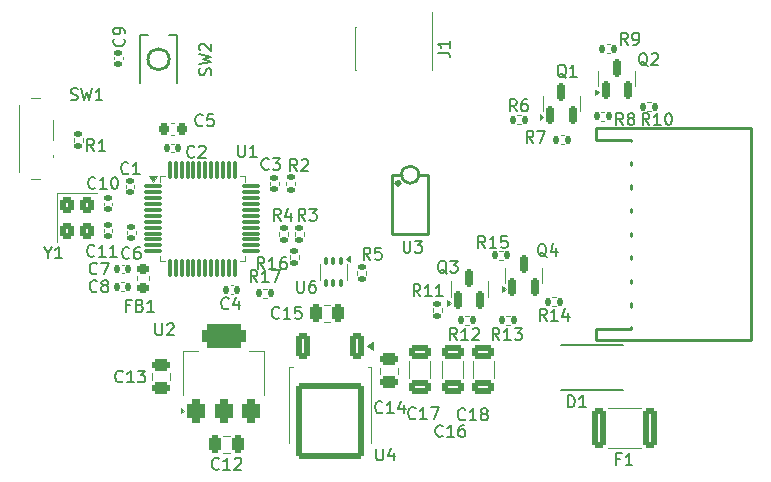
<source format=gbr>
%TF.GenerationSoftware,KiCad,Pcbnew,9.0.2*%
%TF.CreationDate,2025-06-28T10:42:52+02:00*%
%TF.ProjectId,canbox2,63616e62-6f78-4322-9e6b-696361645f70,rev?*%
%TF.SameCoordinates,Original*%
%TF.FileFunction,Legend,Top*%
%TF.FilePolarity,Positive*%
%FSLAX46Y46*%
G04 Gerber Fmt 4.6, Leading zero omitted, Abs format (unit mm)*
G04 Created by KiCad (PCBNEW 9.0.2) date 2025-06-28 10:42:52*
%MOMM*%
%LPD*%
G01*
G04 APERTURE LIST*
G04 Aperture macros list*
%AMRoundRect*
0 Rectangle with rounded corners*
0 $1 Rounding radius*
0 $2 $3 $4 $5 $6 $7 $8 $9 X,Y pos of 4 corners*
0 Add a 4 corners polygon primitive as box body*
4,1,4,$2,$3,$4,$5,$6,$7,$8,$9,$2,$3,0*
0 Add four circle primitives for the rounded corners*
1,1,$1+$1,$2,$3*
1,1,$1+$1,$4,$5*
1,1,$1+$1,$6,$7*
1,1,$1+$1,$8,$9*
0 Add four rect primitives between the rounded corners*
20,1,$1+$1,$2,$3,$4,$5,0*
20,1,$1+$1,$4,$5,$6,$7,0*
20,1,$1+$1,$6,$7,$8,$9,0*
20,1,$1+$1,$8,$9,$2,$3,0*%
G04 Aperture macros list end*
%ADD10C,0.150000*%
%ADD11C,0.120000*%
%ADD12C,0.250000*%
%ADD13C,0.300000*%
%ADD14RoundRect,0.250000X-0.650000X0.325000X-0.650000X-0.325000X0.650000X-0.325000X0.650000X0.325000X0*%
%ADD15RoundRect,0.250000X0.250000X0.475000X-0.250000X0.475000X-0.250000X-0.475000X0.250000X-0.475000X0*%
%ADD16RoundRect,0.135000X-0.135000X-0.185000X0.135000X-0.185000X0.135000X0.185000X-0.135000X0.185000X0*%
%ADD17RoundRect,0.075000X-0.662500X-0.075000X0.662500X-0.075000X0.662500X0.075000X-0.662500X0.075000X0*%
%ADD18RoundRect,0.075000X-0.075000X-0.662500X0.075000X-0.662500X0.075000X0.662500X-0.075000X0.662500X0*%
%ADD19RoundRect,0.140000X0.170000X-0.140000X0.170000X0.140000X-0.170000X0.140000X-0.170000X-0.140000X0*%
%ADD20RoundRect,0.150000X0.150000X-0.587500X0.150000X0.587500X-0.150000X0.587500X-0.150000X-0.587500X0*%
%ADD21RoundRect,0.135000X0.135000X0.185000X-0.135000X0.185000X-0.135000X-0.185000X0.135000X-0.185000X0*%
%ADD22RoundRect,0.100000X-0.100000X0.225000X-0.100000X-0.225000X0.100000X-0.225000X0.100000X0.225000X0*%
%ADD23C,3.000000*%
%ADD24RoundRect,0.250000X-0.475000X0.250000X-0.475000X-0.250000X0.475000X-0.250000X0.475000X0.250000X0*%
%ADD25RoundRect,0.135000X0.185000X-0.135000X0.185000X0.135000X-0.185000X0.135000X-0.185000X-0.135000X0*%
%ADD26RoundRect,0.140000X-0.140000X-0.170000X0.140000X-0.170000X0.140000X0.170000X-0.140000X0.170000X0*%
%ADD27RoundRect,0.250000X-0.312500X-1.450000X0.312500X-1.450000X0.312500X1.450000X-0.312500X1.450000X0*%
%ADD28R,0.800000X1.000000*%
%ADD29C,0.900000*%
%ADD30R,1.500000X0.700000*%
%ADD31RoundRect,0.140000X-0.170000X0.140000X-0.170000X-0.140000X0.170000X-0.140000X0.170000X0.140000X0*%
%ADD32RoundRect,0.135000X-0.185000X0.135000X-0.185000X-0.135000X0.185000X-0.135000X0.185000X0.135000X0*%
%ADD33RoundRect,0.250000X-0.250000X-0.475000X0.250000X-0.475000X0.250000X0.475000X-0.250000X0.475000X0*%
%ADD34O,1.950000X0.570000*%
%ADD35RoundRect,0.140000X0.140000X0.170000X-0.140000X0.170000X-0.140000X-0.170000X0.140000X-0.170000X0*%
%ADD36R,0.740000X2.400000*%
%ADD37RoundRect,0.225000X-0.225000X-0.250000X0.225000X-0.250000X0.225000X0.250000X-0.225000X0.250000X0*%
%ADD38R,2.050000X2.240000*%
%ADD39RoundRect,0.375000X0.375000X-0.625000X0.375000X0.625000X-0.375000X0.625000X-0.375000X-0.625000X0*%
%ADD40RoundRect,0.500000X1.400000X-0.500000X1.400000X0.500000X-1.400000X0.500000X-1.400000X-0.500000X0*%
%ADD41R,1.360000X1.230000*%
%ADD42RoundRect,0.250000X-0.350000X0.450000X-0.350000X-0.450000X0.350000X-0.450000X0.350000X0.450000X0*%
%ADD43RoundRect,0.250000X-0.350000X0.850000X-0.350000X-0.850000X0.350000X-0.850000X0.350000X0.850000X0*%
%ADD44RoundRect,0.249997X-2.650003X2.950003X-2.650003X-2.950003X2.650003X-2.950003X2.650003X2.950003X0*%
%ADD45C,1.520000*%
%ADD46RoundRect,0.218750X-0.256250X0.218750X-0.256250X-0.218750X0.256250X-0.218750X0.256250X0.218750X0*%
G04 APERTURE END LIST*
D10*
X70557142Y-88759580D02*
X70509523Y-88807200D01*
X70509523Y-88807200D02*
X70366666Y-88854819D01*
X70366666Y-88854819D02*
X70271428Y-88854819D01*
X70271428Y-88854819D02*
X70128571Y-88807200D01*
X70128571Y-88807200D02*
X70033333Y-88711961D01*
X70033333Y-88711961D02*
X69985714Y-88616723D01*
X69985714Y-88616723D02*
X69938095Y-88426247D01*
X69938095Y-88426247D02*
X69938095Y-88283390D01*
X69938095Y-88283390D02*
X69985714Y-88092914D01*
X69985714Y-88092914D02*
X70033333Y-87997676D01*
X70033333Y-87997676D02*
X70128571Y-87902438D01*
X70128571Y-87902438D02*
X70271428Y-87854819D01*
X70271428Y-87854819D02*
X70366666Y-87854819D01*
X70366666Y-87854819D02*
X70509523Y-87902438D01*
X70509523Y-87902438D02*
X70557142Y-87950057D01*
X71509523Y-88854819D02*
X70938095Y-88854819D01*
X71223809Y-88854819D02*
X71223809Y-87854819D01*
X71223809Y-87854819D02*
X71128571Y-87997676D01*
X71128571Y-87997676D02*
X71033333Y-88092914D01*
X71033333Y-88092914D02*
X70938095Y-88140533D01*
X72080952Y-88283390D02*
X71985714Y-88235771D01*
X71985714Y-88235771D02*
X71938095Y-88188152D01*
X71938095Y-88188152D02*
X71890476Y-88092914D01*
X71890476Y-88092914D02*
X71890476Y-88045295D01*
X71890476Y-88045295D02*
X71938095Y-87950057D01*
X71938095Y-87950057D02*
X71985714Y-87902438D01*
X71985714Y-87902438D02*
X72080952Y-87854819D01*
X72080952Y-87854819D02*
X72271428Y-87854819D01*
X72271428Y-87854819D02*
X72366666Y-87902438D01*
X72366666Y-87902438D02*
X72414285Y-87950057D01*
X72414285Y-87950057D02*
X72461904Y-88045295D01*
X72461904Y-88045295D02*
X72461904Y-88092914D01*
X72461904Y-88092914D02*
X72414285Y-88188152D01*
X72414285Y-88188152D02*
X72366666Y-88235771D01*
X72366666Y-88235771D02*
X72271428Y-88283390D01*
X72271428Y-88283390D02*
X72080952Y-88283390D01*
X72080952Y-88283390D02*
X71985714Y-88331009D01*
X71985714Y-88331009D02*
X71938095Y-88378628D01*
X71938095Y-88378628D02*
X71890476Y-88473866D01*
X71890476Y-88473866D02*
X71890476Y-88664342D01*
X71890476Y-88664342D02*
X71938095Y-88759580D01*
X71938095Y-88759580D02*
X71985714Y-88807200D01*
X71985714Y-88807200D02*
X72080952Y-88854819D01*
X72080952Y-88854819D02*
X72271428Y-88854819D01*
X72271428Y-88854819D02*
X72366666Y-88807200D01*
X72366666Y-88807200D02*
X72414285Y-88759580D01*
X72414285Y-88759580D02*
X72461904Y-88664342D01*
X72461904Y-88664342D02*
X72461904Y-88473866D01*
X72461904Y-88473866D02*
X72414285Y-88378628D01*
X72414285Y-88378628D02*
X72366666Y-88331009D01*
X72366666Y-88331009D02*
X72271428Y-88283390D01*
X49707142Y-92939580D02*
X49659523Y-92987200D01*
X49659523Y-92987200D02*
X49516666Y-93034819D01*
X49516666Y-93034819D02*
X49421428Y-93034819D01*
X49421428Y-93034819D02*
X49278571Y-92987200D01*
X49278571Y-92987200D02*
X49183333Y-92891961D01*
X49183333Y-92891961D02*
X49135714Y-92796723D01*
X49135714Y-92796723D02*
X49088095Y-92606247D01*
X49088095Y-92606247D02*
X49088095Y-92463390D01*
X49088095Y-92463390D02*
X49135714Y-92272914D01*
X49135714Y-92272914D02*
X49183333Y-92177676D01*
X49183333Y-92177676D02*
X49278571Y-92082438D01*
X49278571Y-92082438D02*
X49421428Y-92034819D01*
X49421428Y-92034819D02*
X49516666Y-92034819D01*
X49516666Y-92034819D02*
X49659523Y-92082438D01*
X49659523Y-92082438D02*
X49707142Y-92130057D01*
X50659523Y-93034819D02*
X50088095Y-93034819D01*
X50373809Y-93034819D02*
X50373809Y-92034819D01*
X50373809Y-92034819D02*
X50278571Y-92177676D01*
X50278571Y-92177676D02*
X50183333Y-92272914D01*
X50183333Y-92272914D02*
X50088095Y-92320533D01*
X51040476Y-92130057D02*
X51088095Y-92082438D01*
X51088095Y-92082438D02*
X51183333Y-92034819D01*
X51183333Y-92034819D02*
X51421428Y-92034819D01*
X51421428Y-92034819D02*
X51516666Y-92082438D01*
X51516666Y-92082438D02*
X51564285Y-92130057D01*
X51564285Y-92130057D02*
X51611904Y-92225295D01*
X51611904Y-92225295D02*
X51611904Y-92320533D01*
X51611904Y-92320533D02*
X51564285Y-92463390D01*
X51564285Y-92463390D02*
X50992857Y-93034819D01*
X50992857Y-93034819D02*
X51611904Y-93034819D01*
X74923333Y-62684819D02*
X74590000Y-62208628D01*
X74351905Y-62684819D02*
X74351905Y-61684819D01*
X74351905Y-61684819D02*
X74732857Y-61684819D01*
X74732857Y-61684819D02*
X74828095Y-61732438D01*
X74828095Y-61732438D02*
X74875714Y-61780057D01*
X74875714Y-61780057D02*
X74923333Y-61875295D01*
X74923333Y-61875295D02*
X74923333Y-62018152D01*
X74923333Y-62018152D02*
X74875714Y-62113390D01*
X74875714Y-62113390D02*
X74828095Y-62161009D01*
X74828095Y-62161009D02*
X74732857Y-62208628D01*
X74732857Y-62208628D02*
X74351905Y-62208628D01*
X75780476Y-61684819D02*
X75590000Y-61684819D01*
X75590000Y-61684819D02*
X75494762Y-61732438D01*
X75494762Y-61732438D02*
X75447143Y-61780057D01*
X75447143Y-61780057D02*
X75351905Y-61922914D01*
X75351905Y-61922914D02*
X75304286Y-62113390D01*
X75304286Y-62113390D02*
X75304286Y-62494342D01*
X75304286Y-62494342D02*
X75351905Y-62589580D01*
X75351905Y-62589580D02*
X75399524Y-62637200D01*
X75399524Y-62637200D02*
X75494762Y-62684819D01*
X75494762Y-62684819D02*
X75685238Y-62684819D01*
X75685238Y-62684819D02*
X75780476Y-62637200D01*
X75780476Y-62637200D02*
X75828095Y-62589580D01*
X75828095Y-62589580D02*
X75875714Y-62494342D01*
X75875714Y-62494342D02*
X75875714Y-62256247D01*
X75875714Y-62256247D02*
X75828095Y-62161009D01*
X75828095Y-62161009D02*
X75780476Y-62113390D01*
X75780476Y-62113390D02*
X75685238Y-62065771D01*
X75685238Y-62065771D02*
X75494762Y-62065771D01*
X75494762Y-62065771D02*
X75399524Y-62113390D01*
X75399524Y-62113390D02*
X75351905Y-62161009D01*
X75351905Y-62161009D02*
X75304286Y-62256247D01*
X51338095Y-65554819D02*
X51338095Y-66364342D01*
X51338095Y-66364342D02*
X51385714Y-66459580D01*
X51385714Y-66459580D02*
X51433333Y-66507200D01*
X51433333Y-66507200D02*
X51528571Y-66554819D01*
X51528571Y-66554819D02*
X51719047Y-66554819D01*
X51719047Y-66554819D02*
X51814285Y-66507200D01*
X51814285Y-66507200D02*
X51861904Y-66459580D01*
X51861904Y-66459580D02*
X51909523Y-66364342D01*
X51909523Y-66364342D02*
X51909523Y-65554819D01*
X52909523Y-66554819D02*
X52338095Y-66554819D01*
X52623809Y-66554819D02*
X52623809Y-65554819D01*
X52623809Y-65554819D02*
X52528571Y-65697676D01*
X52528571Y-65697676D02*
X52433333Y-65792914D01*
X52433333Y-65792914D02*
X52338095Y-65840533D01*
X39157142Y-74909580D02*
X39109523Y-74957200D01*
X39109523Y-74957200D02*
X38966666Y-75004819D01*
X38966666Y-75004819D02*
X38871428Y-75004819D01*
X38871428Y-75004819D02*
X38728571Y-74957200D01*
X38728571Y-74957200D02*
X38633333Y-74861961D01*
X38633333Y-74861961D02*
X38585714Y-74766723D01*
X38585714Y-74766723D02*
X38538095Y-74576247D01*
X38538095Y-74576247D02*
X38538095Y-74433390D01*
X38538095Y-74433390D02*
X38585714Y-74242914D01*
X38585714Y-74242914D02*
X38633333Y-74147676D01*
X38633333Y-74147676D02*
X38728571Y-74052438D01*
X38728571Y-74052438D02*
X38871428Y-74004819D01*
X38871428Y-74004819D02*
X38966666Y-74004819D01*
X38966666Y-74004819D02*
X39109523Y-74052438D01*
X39109523Y-74052438D02*
X39157142Y-74100057D01*
X40109523Y-75004819D02*
X39538095Y-75004819D01*
X39823809Y-75004819D02*
X39823809Y-74004819D01*
X39823809Y-74004819D02*
X39728571Y-74147676D01*
X39728571Y-74147676D02*
X39633333Y-74242914D01*
X39633333Y-74242914D02*
X39538095Y-74290533D01*
X41061904Y-75004819D02*
X40490476Y-75004819D01*
X40776190Y-75004819D02*
X40776190Y-74004819D01*
X40776190Y-74004819D02*
X40680952Y-74147676D01*
X40680952Y-74147676D02*
X40585714Y-74242914D01*
X40585714Y-74242914D02*
X40490476Y-74290533D01*
X86004761Y-58850057D02*
X85909523Y-58802438D01*
X85909523Y-58802438D02*
X85814285Y-58707200D01*
X85814285Y-58707200D02*
X85671428Y-58564342D01*
X85671428Y-58564342D02*
X85576190Y-58516723D01*
X85576190Y-58516723D02*
X85480952Y-58516723D01*
X85528571Y-58754819D02*
X85433333Y-58707200D01*
X85433333Y-58707200D02*
X85338095Y-58611961D01*
X85338095Y-58611961D02*
X85290476Y-58421485D01*
X85290476Y-58421485D02*
X85290476Y-58088152D01*
X85290476Y-58088152D02*
X85338095Y-57897676D01*
X85338095Y-57897676D02*
X85433333Y-57802438D01*
X85433333Y-57802438D02*
X85528571Y-57754819D01*
X85528571Y-57754819D02*
X85719047Y-57754819D01*
X85719047Y-57754819D02*
X85814285Y-57802438D01*
X85814285Y-57802438D02*
X85909523Y-57897676D01*
X85909523Y-57897676D02*
X85957142Y-58088152D01*
X85957142Y-58088152D02*
X85957142Y-58421485D01*
X85957142Y-58421485D02*
X85909523Y-58611961D01*
X85909523Y-58611961D02*
X85814285Y-58707200D01*
X85814285Y-58707200D02*
X85719047Y-58754819D01*
X85719047Y-58754819D02*
X85528571Y-58754819D01*
X86338095Y-57850057D02*
X86385714Y-57802438D01*
X86385714Y-57802438D02*
X86480952Y-57754819D01*
X86480952Y-57754819D02*
X86719047Y-57754819D01*
X86719047Y-57754819D02*
X86814285Y-57802438D01*
X86814285Y-57802438D02*
X86861904Y-57850057D01*
X86861904Y-57850057D02*
X86909523Y-57945295D01*
X86909523Y-57945295D02*
X86909523Y-58040533D01*
X86909523Y-58040533D02*
X86861904Y-58183390D01*
X86861904Y-58183390D02*
X86290476Y-58754819D01*
X86290476Y-58754819D02*
X86909523Y-58754819D01*
X79104761Y-59850057D02*
X79009523Y-59802438D01*
X79009523Y-59802438D02*
X78914285Y-59707200D01*
X78914285Y-59707200D02*
X78771428Y-59564342D01*
X78771428Y-59564342D02*
X78676190Y-59516723D01*
X78676190Y-59516723D02*
X78580952Y-59516723D01*
X78628571Y-59754819D02*
X78533333Y-59707200D01*
X78533333Y-59707200D02*
X78438095Y-59611961D01*
X78438095Y-59611961D02*
X78390476Y-59421485D01*
X78390476Y-59421485D02*
X78390476Y-59088152D01*
X78390476Y-59088152D02*
X78438095Y-58897676D01*
X78438095Y-58897676D02*
X78533333Y-58802438D01*
X78533333Y-58802438D02*
X78628571Y-58754819D01*
X78628571Y-58754819D02*
X78819047Y-58754819D01*
X78819047Y-58754819D02*
X78914285Y-58802438D01*
X78914285Y-58802438D02*
X79009523Y-58897676D01*
X79009523Y-58897676D02*
X79057142Y-59088152D01*
X79057142Y-59088152D02*
X79057142Y-59421485D01*
X79057142Y-59421485D02*
X79009523Y-59611961D01*
X79009523Y-59611961D02*
X78914285Y-59707200D01*
X78914285Y-59707200D02*
X78819047Y-59754819D01*
X78819047Y-59754819D02*
X78628571Y-59754819D01*
X80009523Y-59754819D02*
X79438095Y-59754819D01*
X79723809Y-59754819D02*
X79723809Y-58754819D01*
X79723809Y-58754819D02*
X79628571Y-58897676D01*
X79628571Y-58897676D02*
X79533333Y-58992914D01*
X79533333Y-58992914D02*
X79438095Y-59040533D01*
X41659580Y-56566666D02*
X41707200Y-56614285D01*
X41707200Y-56614285D02*
X41754819Y-56757142D01*
X41754819Y-56757142D02*
X41754819Y-56852380D01*
X41754819Y-56852380D02*
X41707200Y-56995237D01*
X41707200Y-56995237D02*
X41611961Y-57090475D01*
X41611961Y-57090475D02*
X41516723Y-57138094D01*
X41516723Y-57138094D02*
X41326247Y-57185713D01*
X41326247Y-57185713D02*
X41183390Y-57185713D01*
X41183390Y-57185713D02*
X40992914Y-57138094D01*
X40992914Y-57138094D02*
X40897676Y-57090475D01*
X40897676Y-57090475D02*
X40802438Y-56995237D01*
X40802438Y-56995237D02*
X40754819Y-56852380D01*
X40754819Y-56852380D02*
X40754819Y-56757142D01*
X40754819Y-56757142D02*
X40802438Y-56614285D01*
X40802438Y-56614285D02*
X40850057Y-56566666D01*
X41754819Y-56090475D02*
X41754819Y-55899999D01*
X41754819Y-55899999D02*
X41707200Y-55804761D01*
X41707200Y-55804761D02*
X41659580Y-55757142D01*
X41659580Y-55757142D02*
X41516723Y-55661904D01*
X41516723Y-55661904D02*
X41326247Y-55614285D01*
X41326247Y-55614285D02*
X40945295Y-55614285D01*
X40945295Y-55614285D02*
X40850057Y-55661904D01*
X40850057Y-55661904D02*
X40802438Y-55709523D01*
X40802438Y-55709523D02*
X40754819Y-55804761D01*
X40754819Y-55804761D02*
X40754819Y-55995237D01*
X40754819Y-55995237D02*
X40802438Y-56090475D01*
X40802438Y-56090475D02*
X40850057Y-56138094D01*
X40850057Y-56138094D02*
X40945295Y-56185713D01*
X40945295Y-56185713D02*
X41183390Y-56185713D01*
X41183390Y-56185713D02*
X41278628Y-56138094D01*
X41278628Y-56138094D02*
X41326247Y-56090475D01*
X41326247Y-56090475D02*
X41373866Y-55995237D01*
X41373866Y-55995237D02*
X41373866Y-55804761D01*
X41373866Y-55804761D02*
X41326247Y-55709523D01*
X41326247Y-55709523D02*
X41278628Y-55661904D01*
X41278628Y-55661904D02*
X41183390Y-55614285D01*
X77447142Y-80424819D02*
X77113809Y-79948628D01*
X76875714Y-80424819D02*
X76875714Y-79424819D01*
X76875714Y-79424819D02*
X77256666Y-79424819D01*
X77256666Y-79424819D02*
X77351904Y-79472438D01*
X77351904Y-79472438D02*
X77399523Y-79520057D01*
X77399523Y-79520057D02*
X77447142Y-79615295D01*
X77447142Y-79615295D02*
X77447142Y-79758152D01*
X77447142Y-79758152D02*
X77399523Y-79853390D01*
X77399523Y-79853390D02*
X77351904Y-79901009D01*
X77351904Y-79901009D02*
X77256666Y-79948628D01*
X77256666Y-79948628D02*
X76875714Y-79948628D01*
X78399523Y-80424819D02*
X77828095Y-80424819D01*
X78113809Y-80424819D02*
X78113809Y-79424819D01*
X78113809Y-79424819D02*
X78018571Y-79567676D01*
X78018571Y-79567676D02*
X77923333Y-79662914D01*
X77923333Y-79662914D02*
X77828095Y-79710533D01*
X79256666Y-79758152D02*
X79256666Y-80424819D01*
X79018571Y-79377200D02*
X78780476Y-80091485D01*
X78780476Y-80091485D02*
X79399523Y-80091485D01*
X56338095Y-77054819D02*
X56338095Y-77864342D01*
X56338095Y-77864342D02*
X56385714Y-77959580D01*
X56385714Y-77959580D02*
X56433333Y-78007200D01*
X56433333Y-78007200D02*
X56528571Y-78054819D01*
X56528571Y-78054819D02*
X56719047Y-78054819D01*
X56719047Y-78054819D02*
X56814285Y-78007200D01*
X56814285Y-78007200D02*
X56861904Y-77959580D01*
X56861904Y-77959580D02*
X56909523Y-77864342D01*
X56909523Y-77864342D02*
X56909523Y-77054819D01*
X57814285Y-77054819D02*
X57623809Y-77054819D01*
X57623809Y-77054819D02*
X57528571Y-77102438D01*
X57528571Y-77102438D02*
X57480952Y-77150057D01*
X57480952Y-77150057D02*
X57385714Y-77292914D01*
X57385714Y-77292914D02*
X57338095Y-77483390D01*
X57338095Y-77483390D02*
X57338095Y-77864342D01*
X57338095Y-77864342D02*
X57385714Y-77959580D01*
X57385714Y-77959580D02*
X57433333Y-78007200D01*
X57433333Y-78007200D02*
X57528571Y-78054819D01*
X57528571Y-78054819D02*
X57719047Y-78054819D01*
X57719047Y-78054819D02*
X57814285Y-78007200D01*
X57814285Y-78007200D02*
X57861904Y-77959580D01*
X57861904Y-77959580D02*
X57909523Y-77864342D01*
X57909523Y-77864342D02*
X57909523Y-77626247D01*
X57909523Y-77626247D02*
X57861904Y-77531009D01*
X57861904Y-77531009D02*
X57814285Y-77483390D01*
X57814285Y-77483390D02*
X57719047Y-77435771D01*
X57719047Y-77435771D02*
X57528571Y-77435771D01*
X57528571Y-77435771D02*
X57433333Y-77483390D01*
X57433333Y-77483390D02*
X57385714Y-77531009D01*
X57385714Y-77531009D02*
X57338095Y-77626247D01*
X42133333Y-75109580D02*
X42085714Y-75157200D01*
X42085714Y-75157200D02*
X41942857Y-75204819D01*
X41942857Y-75204819D02*
X41847619Y-75204819D01*
X41847619Y-75204819D02*
X41704762Y-75157200D01*
X41704762Y-75157200D02*
X41609524Y-75061961D01*
X41609524Y-75061961D02*
X41561905Y-74966723D01*
X41561905Y-74966723D02*
X41514286Y-74776247D01*
X41514286Y-74776247D02*
X41514286Y-74633390D01*
X41514286Y-74633390D02*
X41561905Y-74442914D01*
X41561905Y-74442914D02*
X41609524Y-74347676D01*
X41609524Y-74347676D02*
X41704762Y-74252438D01*
X41704762Y-74252438D02*
X41847619Y-74204819D01*
X41847619Y-74204819D02*
X41942857Y-74204819D01*
X41942857Y-74204819D02*
X42085714Y-74252438D01*
X42085714Y-74252438D02*
X42133333Y-74300057D01*
X42990476Y-74204819D02*
X42800000Y-74204819D01*
X42800000Y-74204819D02*
X42704762Y-74252438D01*
X42704762Y-74252438D02*
X42657143Y-74300057D01*
X42657143Y-74300057D02*
X42561905Y-74442914D01*
X42561905Y-74442914D02*
X42514286Y-74633390D01*
X42514286Y-74633390D02*
X42514286Y-75014342D01*
X42514286Y-75014342D02*
X42561905Y-75109580D01*
X42561905Y-75109580D02*
X42609524Y-75157200D01*
X42609524Y-75157200D02*
X42704762Y-75204819D01*
X42704762Y-75204819D02*
X42895238Y-75204819D01*
X42895238Y-75204819D02*
X42990476Y-75157200D01*
X42990476Y-75157200D02*
X43038095Y-75109580D01*
X43038095Y-75109580D02*
X43085714Y-75014342D01*
X43085714Y-75014342D02*
X43085714Y-74776247D01*
X43085714Y-74776247D02*
X43038095Y-74681009D01*
X43038095Y-74681009D02*
X42990476Y-74633390D01*
X42990476Y-74633390D02*
X42895238Y-74585771D01*
X42895238Y-74585771D02*
X42704762Y-74585771D01*
X42704762Y-74585771D02*
X42609524Y-74633390D01*
X42609524Y-74633390D02*
X42561905Y-74681009D01*
X42561905Y-74681009D02*
X42514286Y-74776247D01*
X86157142Y-63854819D02*
X85823809Y-63378628D01*
X85585714Y-63854819D02*
X85585714Y-62854819D01*
X85585714Y-62854819D02*
X85966666Y-62854819D01*
X85966666Y-62854819D02*
X86061904Y-62902438D01*
X86061904Y-62902438D02*
X86109523Y-62950057D01*
X86109523Y-62950057D02*
X86157142Y-63045295D01*
X86157142Y-63045295D02*
X86157142Y-63188152D01*
X86157142Y-63188152D02*
X86109523Y-63283390D01*
X86109523Y-63283390D02*
X86061904Y-63331009D01*
X86061904Y-63331009D02*
X85966666Y-63378628D01*
X85966666Y-63378628D02*
X85585714Y-63378628D01*
X87109523Y-63854819D02*
X86538095Y-63854819D01*
X86823809Y-63854819D02*
X86823809Y-62854819D01*
X86823809Y-62854819D02*
X86728571Y-62997676D01*
X86728571Y-62997676D02*
X86633333Y-63092914D01*
X86633333Y-63092914D02*
X86538095Y-63140533D01*
X87728571Y-62854819D02*
X87823809Y-62854819D01*
X87823809Y-62854819D02*
X87919047Y-62902438D01*
X87919047Y-62902438D02*
X87966666Y-62950057D01*
X87966666Y-62950057D02*
X88014285Y-63045295D01*
X88014285Y-63045295D02*
X88061904Y-63235771D01*
X88061904Y-63235771D02*
X88061904Y-63473866D01*
X88061904Y-63473866D02*
X88014285Y-63664342D01*
X88014285Y-63664342D02*
X87966666Y-63759580D01*
X87966666Y-63759580D02*
X87919047Y-63807200D01*
X87919047Y-63807200D02*
X87823809Y-63854819D01*
X87823809Y-63854819D02*
X87728571Y-63854819D01*
X87728571Y-63854819D02*
X87633333Y-63807200D01*
X87633333Y-63807200D02*
X87585714Y-63759580D01*
X87585714Y-63759580D02*
X87538095Y-63664342D01*
X87538095Y-63664342D02*
X87490476Y-63473866D01*
X87490476Y-63473866D02*
X87490476Y-63235771D01*
X87490476Y-63235771D02*
X87538095Y-63045295D01*
X87538095Y-63045295D02*
X87585714Y-62950057D01*
X87585714Y-62950057D02*
X87633333Y-62902438D01*
X87633333Y-62902438D02*
X87728571Y-62854819D01*
X41557142Y-85559580D02*
X41509523Y-85607200D01*
X41509523Y-85607200D02*
X41366666Y-85654819D01*
X41366666Y-85654819D02*
X41271428Y-85654819D01*
X41271428Y-85654819D02*
X41128571Y-85607200D01*
X41128571Y-85607200D02*
X41033333Y-85511961D01*
X41033333Y-85511961D02*
X40985714Y-85416723D01*
X40985714Y-85416723D02*
X40938095Y-85226247D01*
X40938095Y-85226247D02*
X40938095Y-85083390D01*
X40938095Y-85083390D02*
X40985714Y-84892914D01*
X40985714Y-84892914D02*
X41033333Y-84797676D01*
X41033333Y-84797676D02*
X41128571Y-84702438D01*
X41128571Y-84702438D02*
X41271428Y-84654819D01*
X41271428Y-84654819D02*
X41366666Y-84654819D01*
X41366666Y-84654819D02*
X41509523Y-84702438D01*
X41509523Y-84702438D02*
X41557142Y-84750057D01*
X42509523Y-85654819D02*
X41938095Y-85654819D01*
X42223809Y-85654819D02*
X42223809Y-84654819D01*
X42223809Y-84654819D02*
X42128571Y-84797676D01*
X42128571Y-84797676D02*
X42033333Y-84892914D01*
X42033333Y-84892914D02*
X41938095Y-84940533D01*
X42842857Y-84654819D02*
X43461904Y-84654819D01*
X43461904Y-84654819D02*
X43128571Y-85035771D01*
X43128571Y-85035771D02*
X43271428Y-85035771D01*
X43271428Y-85035771D02*
X43366666Y-85083390D01*
X43366666Y-85083390D02*
X43414285Y-85131009D01*
X43414285Y-85131009D02*
X43461904Y-85226247D01*
X43461904Y-85226247D02*
X43461904Y-85464342D01*
X43461904Y-85464342D02*
X43414285Y-85559580D01*
X43414285Y-85559580D02*
X43366666Y-85607200D01*
X43366666Y-85607200D02*
X43271428Y-85654819D01*
X43271428Y-85654819D02*
X42985714Y-85654819D01*
X42985714Y-85654819D02*
X42890476Y-85607200D01*
X42890476Y-85607200D02*
X42842857Y-85559580D01*
X39133333Y-66054819D02*
X38800000Y-65578628D01*
X38561905Y-66054819D02*
X38561905Y-65054819D01*
X38561905Y-65054819D02*
X38942857Y-65054819D01*
X38942857Y-65054819D02*
X39038095Y-65102438D01*
X39038095Y-65102438D02*
X39085714Y-65150057D01*
X39085714Y-65150057D02*
X39133333Y-65245295D01*
X39133333Y-65245295D02*
X39133333Y-65388152D01*
X39133333Y-65388152D02*
X39085714Y-65483390D01*
X39085714Y-65483390D02*
X39038095Y-65531009D01*
X39038095Y-65531009D02*
X38942857Y-65578628D01*
X38942857Y-65578628D02*
X38561905Y-65578628D01*
X40085714Y-66054819D02*
X39514286Y-66054819D01*
X39800000Y-66054819D02*
X39800000Y-65054819D01*
X39800000Y-65054819D02*
X39704762Y-65197676D01*
X39704762Y-65197676D02*
X39609524Y-65292914D01*
X39609524Y-65292914D02*
X39514286Y-65340533D01*
X68657142Y-90159580D02*
X68609523Y-90207200D01*
X68609523Y-90207200D02*
X68466666Y-90254819D01*
X68466666Y-90254819D02*
X68371428Y-90254819D01*
X68371428Y-90254819D02*
X68228571Y-90207200D01*
X68228571Y-90207200D02*
X68133333Y-90111961D01*
X68133333Y-90111961D02*
X68085714Y-90016723D01*
X68085714Y-90016723D02*
X68038095Y-89826247D01*
X68038095Y-89826247D02*
X68038095Y-89683390D01*
X68038095Y-89683390D02*
X68085714Y-89492914D01*
X68085714Y-89492914D02*
X68133333Y-89397676D01*
X68133333Y-89397676D02*
X68228571Y-89302438D01*
X68228571Y-89302438D02*
X68371428Y-89254819D01*
X68371428Y-89254819D02*
X68466666Y-89254819D01*
X68466666Y-89254819D02*
X68609523Y-89302438D01*
X68609523Y-89302438D02*
X68657142Y-89350057D01*
X69609523Y-90254819D02*
X69038095Y-90254819D01*
X69323809Y-90254819D02*
X69323809Y-89254819D01*
X69323809Y-89254819D02*
X69228571Y-89397676D01*
X69228571Y-89397676D02*
X69133333Y-89492914D01*
X69133333Y-89492914D02*
X69038095Y-89540533D01*
X70466666Y-89254819D02*
X70276190Y-89254819D01*
X70276190Y-89254819D02*
X70180952Y-89302438D01*
X70180952Y-89302438D02*
X70133333Y-89350057D01*
X70133333Y-89350057D02*
X70038095Y-89492914D01*
X70038095Y-89492914D02*
X69990476Y-89683390D01*
X69990476Y-89683390D02*
X69990476Y-90064342D01*
X69990476Y-90064342D02*
X70038095Y-90159580D01*
X70038095Y-90159580D02*
X70085714Y-90207200D01*
X70085714Y-90207200D02*
X70180952Y-90254819D01*
X70180952Y-90254819D02*
X70371428Y-90254819D01*
X70371428Y-90254819D02*
X70466666Y-90207200D01*
X70466666Y-90207200D02*
X70514285Y-90159580D01*
X70514285Y-90159580D02*
X70561904Y-90064342D01*
X70561904Y-90064342D02*
X70561904Y-89826247D01*
X70561904Y-89826247D02*
X70514285Y-89731009D01*
X70514285Y-89731009D02*
X70466666Y-89683390D01*
X70466666Y-89683390D02*
X70371428Y-89635771D01*
X70371428Y-89635771D02*
X70180952Y-89635771D01*
X70180952Y-89635771D02*
X70085714Y-89683390D01*
X70085714Y-89683390D02*
X70038095Y-89731009D01*
X70038095Y-89731009D02*
X69990476Y-89826247D01*
X47633333Y-66519580D02*
X47585714Y-66567200D01*
X47585714Y-66567200D02*
X47442857Y-66614819D01*
X47442857Y-66614819D02*
X47347619Y-66614819D01*
X47347619Y-66614819D02*
X47204762Y-66567200D01*
X47204762Y-66567200D02*
X47109524Y-66471961D01*
X47109524Y-66471961D02*
X47061905Y-66376723D01*
X47061905Y-66376723D02*
X47014286Y-66186247D01*
X47014286Y-66186247D02*
X47014286Y-66043390D01*
X47014286Y-66043390D02*
X47061905Y-65852914D01*
X47061905Y-65852914D02*
X47109524Y-65757676D01*
X47109524Y-65757676D02*
X47204762Y-65662438D01*
X47204762Y-65662438D02*
X47347619Y-65614819D01*
X47347619Y-65614819D02*
X47442857Y-65614819D01*
X47442857Y-65614819D02*
X47585714Y-65662438D01*
X47585714Y-65662438D02*
X47633333Y-65710057D01*
X48014286Y-65710057D02*
X48061905Y-65662438D01*
X48061905Y-65662438D02*
X48157143Y-65614819D01*
X48157143Y-65614819D02*
X48395238Y-65614819D01*
X48395238Y-65614819D02*
X48490476Y-65662438D01*
X48490476Y-65662438D02*
X48538095Y-65710057D01*
X48538095Y-65710057D02*
X48585714Y-65805295D01*
X48585714Y-65805295D02*
X48585714Y-65900533D01*
X48585714Y-65900533D02*
X48538095Y-66043390D01*
X48538095Y-66043390D02*
X47966667Y-66614819D01*
X47966667Y-66614819D02*
X48585714Y-66614819D01*
X54933333Y-71954819D02*
X54600000Y-71478628D01*
X54361905Y-71954819D02*
X54361905Y-70954819D01*
X54361905Y-70954819D02*
X54742857Y-70954819D01*
X54742857Y-70954819D02*
X54838095Y-71002438D01*
X54838095Y-71002438D02*
X54885714Y-71050057D01*
X54885714Y-71050057D02*
X54933333Y-71145295D01*
X54933333Y-71145295D02*
X54933333Y-71288152D01*
X54933333Y-71288152D02*
X54885714Y-71383390D01*
X54885714Y-71383390D02*
X54838095Y-71431009D01*
X54838095Y-71431009D02*
X54742857Y-71478628D01*
X54742857Y-71478628D02*
X54361905Y-71478628D01*
X55790476Y-71288152D02*
X55790476Y-71954819D01*
X55552381Y-70907200D02*
X55314286Y-71621485D01*
X55314286Y-71621485D02*
X55933333Y-71621485D01*
X66357142Y-88659580D02*
X66309523Y-88707200D01*
X66309523Y-88707200D02*
X66166666Y-88754819D01*
X66166666Y-88754819D02*
X66071428Y-88754819D01*
X66071428Y-88754819D02*
X65928571Y-88707200D01*
X65928571Y-88707200D02*
X65833333Y-88611961D01*
X65833333Y-88611961D02*
X65785714Y-88516723D01*
X65785714Y-88516723D02*
X65738095Y-88326247D01*
X65738095Y-88326247D02*
X65738095Y-88183390D01*
X65738095Y-88183390D02*
X65785714Y-87992914D01*
X65785714Y-87992914D02*
X65833333Y-87897676D01*
X65833333Y-87897676D02*
X65928571Y-87802438D01*
X65928571Y-87802438D02*
X66071428Y-87754819D01*
X66071428Y-87754819D02*
X66166666Y-87754819D01*
X66166666Y-87754819D02*
X66309523Y-87802438D01*
X66309523Y-87802438D02*
X66357142Y-87850057D01*
X67309523Y-88754819D02*
X66738095Y-88754819D01*
X67023809Y-88754819D02*
X67023809Y-87754819D01*
X67023809Y-87754819D02*
X66928571Y-87897676D01*
X66928571Y-87897676D02*
X66833333Y-87992914D01*
X66833333Y-87992914D02*
X66738095Y-88040533D01*
X67642857Y-87754819D02*
X68309523Y-87754819D01*
X68309523Y-87754819D02*
X67880952Y-88754819D01*
X83666666Y-92131009D02*
X83333333Y-92131009D01*
X83333333Y-92654819D02*
X83333333Y-91654819D01*
X83333333Y-91654819D02*
X83809523Y-91654819D01*
X84714285Y-92654819D02*
X84142857Y-92654819D01*
X84428571Y-92654819D02*
X84428571Y-91654819D01*
X84428571Y-91654819D02*
X84333333Y-91797676D01*
X84333333Y-91797676D02*
X84238095Y-91892914D01*
X84238095Y-91892914D02*
X84142857Y-91940533D01*
X37166667Y-61707200D02*
X37309524Y-61754819D01*
X37309524Y-61754819D02*
X37547619Y-61754819D01*
X37547619Y-61754819D02*
X37642857Y-61707200D01*
X37642857Y-61707200D02*
X37690476Y-61659580D01*
X37690476Y-61659580D02*
X37738095Y-61564342D01*
X37738095Y-61564342D02*
X37738095Y-61469104D01*
X37738095Y-61469104D02*
X37690476Y-61373866D01*
X37690476Y-61373866D02*
X37642857Y-61326247D01*
X37642857Y-61326247D02*
X37547619Y-61278628D01*
X37547619Y-61278628D02*
X37357143Y-61231009D01*
X37357143Y-61231009D02*
X37261905Y-61183390D01*
X37261905Y-61183390D02*
X37214286Y-61135771D01*
X37214286Y-61135771D02*
X37166667Y-61040533D01*
X37166667Y-61040533D02*
X37166667Y-60945295D01*
X37166667Y-60945295D02*
X37214286Y-60850057D01*
X37214286Y-60850057D02*
X37261905Y-60802438D01*
X37261905Y-60802438D02*
X37357143Y-60754819D01*
X37357143Y-60754819D02*
X37595238Y-60754819D01*
X37595238Y-60754819D02*
X37738095Y-60802438D01*
X38071429Y-60754819D02*
X38309524Y-61754819D01*
X38309524Y-61754819D02*
X38500000Y-61040533D01*
X38500000Y-61040533D02*
X38690476Y-61754819D01*
X38690476Y-61754819D02*
X38928572Y-60754819D01*
X39833333Y-61754819D02*
X39261905Y-61754819D01*
X39547619Y-61754819D02*
X39547619Y-60754819D01*
X39547619Y-60754819D02*
X39452381Y-60897676D01*
X39452381Y-60897676D02*
X39357143Y-60992914D01*
X39357143Y-60992914D02*
X39261905Y-61040533D01*
X53933333Y-67559580D02*
X53885714Y-67607200D01*
X53885714Y-67607200D02*
X53742857Y-67654819D01*
X53742857Y-67654819D02*
X53647619Y-67654819D01*
X53647619Y-67654819D02*
X53504762Y-67607200D01*
X53504762Y-67607200D02*
X53409524Y-67511961D01*
X53409524Y-67511961D02*
X53361905Y-67416723D01*
X53361905Y-67416723D02*
X53314286Y-67226247D01*
X53314286Y-67226247D02*
X53314286Y-67083390D01*
X53314286Y-67083390D02*
X53361905Y-66892914D01*
X53361905Y-66892914D02*
X53409524Y-66797676D01*
X53409524Y-66797676D02*
X53504762Y-66702438D01*
X53504762Y-66702438D02*
X53647619Y-66654819D01*
X53647619Y-66654819D02*
X53742857Y-66654819D01*
X53742857Y-66654819D02*
X53885714Y-66702438D01*
X53885714Y-66702438D02*
X53933333Y-66750057D01*
X54266667Y-66654819D02*
X54885714Y-66654819D01*
X54885714Y-66654819D02*
X54552381Y-67035771D01*
X54552381Y-67035771D02*
X54695238Y-67035771D01*
X54695238Y-67035771D02*
X54790476Y-67083390D01*
X54790476Y-67083390D02*
X54838095Y-67131009D01*
X54838095Y-67131009D02*
X54885714Y-67226247D01*
X54885714Y-67226247D02*
X54885714Y-67464342D01*
X54885714Y-67464342D02*
X54838095Y-67559580D01*
X54838095Y-67559580D02*
X54790476Y-67607200D01*
X54790476Y-67607200D02*
X54695238Y-67654819D01*
X54695238Y-67654819D02*
X54409524Y-67654819D01*
X54409524Y-67654819D02*
X54314286Y-67607200D01*
X54314286Y-67607200D02*
X54266667Y-67559580D01*
X53557142Y-76054819D02*
X53223809Y-75578628D01*
X52985714Y-76054819D02*
X52985714Y-75054819D01*
X52985714Y-75054819D02*
X53366666Y-75054819D01*
X53366666Y-75054819D02*
X53461904Y-75102438D01*
X53461904Y-75102438D02*
X53509523Y-75150057D01*
X53509523Y-75150057D02*
X53557142Y-75245295D01*
X53557142Y-75245295D02*
X53557142Y-75388152D01*
X53557142Y-75388152D02*
X53509523Y-75483390D01*
X53509523Y-75483390D02*
X53461904Y-75531009D01*
X53461904Y-75531009D02*
X53366666Y-75578628D01*
X53366666Y-75578628D02*
X52985714Y-75578628D01*
X54509523Y-76054819D02*
X53938095Y-76054819D01*
X54223809Y-76054819D02*
X54223809Y-75054819D01*
X54223809Y-75054819D02*
X54128571Y-75197676D01*
X54128571Y-75197676D02*
X54033333Y-75292914D01*
X54033333Y-75292914D02*
X53938095Y-75340533D01*
X55366666Y-75054819D02*
X55176190Y-75054819D01*
X55176190Y-75054819D02*
X55080952Y-75102438D01*
X55080952Y-75102438D02*
X55033333Y-75150057D01*
X55033333Y-75150057D02*
X54938095Y-75292914D01*
X54938095Y-75292914D02*
X54890476Y-75483390D01*
X54890476Y-75483390D02*
X54890476Y-75864342D01*
X54890476Y-75864342D02*
X54938095Y-75959580D01*
X54938095Y-75959580D02*
X54985714Y-76007200D01*
X54985714Y-76007200D02*
X55080952Y-76054819D01*
X55080952Y-76054819D02*
X55271428Y-76054819D01*
X55271428Y-76054819D02*
X55366666Y-76007200D01*
X55366666Y-76007200D02*
X55414285Y-75959580D01*
X55414285Y-75959580D02*
X55461904Y-75864342D01*
X55461904Y-75864342D02*
X55461904Y-75626247D01*
X55461904Y-75626247D02*
X55414285Y-75531009D01*
X55414285Y-75531009D02*
X55366666Y-75483390D01*
X55366666Y-75483390D02*
X55271428Y-75435771D01*
X55271428Y-75435771D02*
X55080952Y-75435771D01*
X55080952Y-75435771D02*
X54985714Y-75483390D01*
X54985714Y-75483390D02*
X54938095Y-75531009D01*
X54938095Y-75531009D02*
X54890476Y-75626247D01*
X54807142Y-80159580D02*
X54759523Y-80207200D01*
X54759523Y-80207200D02*
X54616666Y-80254819D01*
X54616666Y-80254819D02*
X54521428Y-80254819D01*
X54521428Y-80254819D02*
X54378571Y-80207200D01*
X54378571Y-80207200D02*
X54283333Y-80111961D01*
X54283333Y-80111961D02*
X54235714Y-80016723D01*
X54235714Y-80016723D02*
X54188095Y-79826247D01*
X54188095Y-79826247D02*
X54188095Y-79683390D01*
X54188095Y-79683390D02*
X54235714Y-79492914D01*
X54235714Y-79492914D02*
X54283333Y-79397676D01*
X54283333Y-79397676D02*
X54378571Y-79302438D01*
X54378571Y-79302438D02*
X54521428Y-79254819D01*
X54521428Y-79254819D02*
X54616666Y-79254819D01*
X54616666Y-79254819D02*
X54759523Y-79302438D01*
X54759523Y-79302438D02*
X54807142Y-79350057D01*
X55759523Y-80254819D02*
X55188095Y-80254819D01*
X55473809Y-80254819D02*
X55473809Y-79254819D01*
X55473809Y-79254819D02*
X55378571Y-79397676D01*
X55378571Y-79397676D02*
X55283333Y-79492914D01*
X55283333Y-79492914D02*
X55188095Y-79540533D01*
X56664285Y-79254819D02*
X56188095Y-79254819D01*
X56188095Y-79254819D02*
X56140476Y-79731009D01*
X56140476Y-79731009D02*
X56188095Y-79683390D01*
X56188095Y-79683390D02*
X56283333Y-79635771D01*
X56283333Y-79635771D02*
X56521428Y-79635771D01*
X56521428Y-79635771D02*
X56616666Y-79683390D01*
X56616666Y-79683390D02*
X56664285Y-79731009D01*
X56664285Y-79731009D02*
X56711904Y-79826247D01*
X56711904Y-79826247D02*
X56711904Y-80064342D01*
X56711904Y-80064342D02*
X56664285Y-80159580D01*
X56664285Y-80159580D02*
X56616666Y-80207200D01*
X56616666Y-80207200D02*
X56521428Y-80254819D01*
X56521428Y-80254819D02*
X56283333Y-80254819D01*
X56283333Y-80254819D02*
X56188095Y-80207200D01*
X56188095Y-80207200D02*
X56140476Y-80159580D01*
X76333333Y-65354819D02*
X76000000Y-64878628D01*
X75761905Y-65354819D02*
X75761905Y-64354819D01*
X75761905Y-64354819D02*
X76142857Y-64354819D01*
X76142857Y-64354819D02*
X76238095Y-64402438D01*
X76238095Y-64402438D02*
X76285714Y-64450057D01*
X76285714Y-64450057D02*
X76333333Y-64545295D01*
X76333333Y-64545295D02*
X76333333Y-64688152D01*
X76333333Y-64688152D02*
X76285714Y-64783390D01*
X76285714Y-64783390D02*
X76238095Y-64831009D01*
X76238095Y-64831009D02*
X76142857Y-64878628D01*
X76142857Y-64878628D02*
X75761905Y-64878628D01*
X76666667Y-64354819D02*
X77333333Y-64354819D01*
X77333333Y-64354819D02*
X76904762Y-65354819D01*
X65338095Y-73654819D02*
X65338095Y-74464342D01*
X65338095Y-74464342D02*
X65385714Y-74559580D01*
X65385714Y-74559580D02*
X65433333Y-74607200D01*
X65433333Y-74607200D02*
X65528571Y-74654819D01*
X65528571Y-74654819D02*
X65719047Y-74654819D01*
X65719047Y-74654819D02*
X65814285Y-74607200D01*
X65814285Y-74607200D02*
X65861904Y-74559580D01*
X65861904Y-74559580D02*
X65909523Y-74464342D01*
X65909523Y-74464342D02*
X65909523Y-73654819D01*
X66290476Y-73654819D02*
X66909523Y-73654819D01*
X66909523Y-73654819D02*
X66576190Y-74035771D01*
X66576190Y-74035771D02*
X66719047Y-74035771D01*
X66719047Y-74035771D02*
X66814285Y-74083390D01*
X66814285Y-74083390D02*
X66861904Y-74131009D01*
X66861904Y-74131009D02*
X66909523Y-74226247D01*
X66909523Y-74226247D02*
X66909523Y-74464342D01*
X66909523Y-74464342D02*
X66861904Y-74559580D01*
X66861904Y-74559580D02*
X66814285Y-74607200D01*
X66814285Y-74607200D02*
X66719047Y-74654819D01*
X66719047Y-74654819D02*
X66433333Y-74654819D01*
X66433333Y-74654819D02*
X66338095Y-74607200D01*
X66338095Y-74607200D02*
X66290476Y-74559580D01*
X50533333Y-79359580D02*
X50485714Y-79407200D01*
X50485714Y-79407200D02*
X50342857Y-79454819D01*
X50342857Y-79454819D02*
X50247619Y-79454819D01*
X50247619Y-79454819D02*
X50104762Y-79407200D01*
X50104762Y-79407200D02*
X50009524Y-79311961D01*
X50009524Y-79311961D02*
X49961905Y-79216723D01*
X49961905Y-79216723D02*
X49914286Y-79026247D01*
X49914286Y-79026247D02*
X49914286Y-78883390D01*
X49914286Y-78883390D02*
X49961905Y-78692914D01*
X49961905Y-78692914D02*
X50009524Y-78597676D01*
X50009524Y-78597676D02*
X50104762Y-78502438D01*
X50104762Y-78502438D02*
X50247619Y-78454819D01*
X50247619Y-78454819D02*
X50342857Y-78454819D01*
X50342857Y-78454819D02*
X50485714Y-78502438D01*
X50485714Y-78502438D02*
X50533333Y-78550057D01*
X51390476Y-78788152D02*
X51390476Y-79454819D01*
X51152381Y-78407200D02*
X50914286Y-79121485D01*
X50914286Y-79121485D02*
X51533333Y-79121485D01*
X62533333Y-75254819D02*
X62200000Y-74778628D01*
X61961905Y-75254819D02*
X61961905Y-74254819D01*
X61961905Y-74254819D02*
X62342857Y-74254819D01*
X62342857Y-74254819D02*
X62438095Y-74302438D01*
X62438095Y-74302438D02*
X62485714Y-74350057D01*
X62485714Y-74350057D02*
X62533333Y-74445295D01*
X62533333Y-74445295D02*
X62533333Y-74588152D01*
X62533333Y-74588152D02*
X62485714Y-74683390D01*
X62485714Y-74683390D02*
X62438095Y-74731009D01*
X62438095Y-74731009D02*
X62342857Y-74778628D01*
X62342857Y-74778628D02*
X61961905Y-74778628D01*
X63438095Y-74254819D02*
X62961905Y-74254819D01*
X62961905Y-74254819D02*
X62914286Y-74731009D01*
X62914286Y-74731009D02*
X62961905Y-74683390D01*
X62961905Y-74683390D02*
X63057143Y-74635771D01*
X63057143Y-74635771D02*
X63295238Y-74635771D01*
X63295238Y-74635771D02*
X63390476Y-74683390D01*
X63390476Y-74683390D02*
X63438095Y-74731009D01*
X63438095Y-74731009D02*
X63485714Y-74826247D01*
X63485714Y-74826247D02*
X63485714Y-75064342D01*
X63485714Y-75064342D02*
X63438095Y-75159580D01*
X63438095Y-75159580D02*
X63390476Y-75207200D01*
X63390476Y-75207200D02*
X63295238Y-75254819D01*
X63295238Y-75254819D02*
X63057143Y-75254819D01*
X63057143Y-75254819D02*
X62961905Y-75207200D01*
X62961905Y-75207200D02*
X62914286Y-75159580D01*
X39383333Y-77909580D02*
X39335714Y-77957200D01*
X39335714Y-77957200D02*
X39192857Y-78004819D01*
X39192857Y-78004819D02*
X39097619Y-78004819D01*
X39097619Y-78004819D02*
X38954762Y-77957200D01*
X38954762Y-77957200D02*
X38859524Y-77861961D01*
X38859524Y-77861961D02*
X38811905Y-77766723D01*
X38811905Y-77766723D02*
X38764286Y-77576247D01*
X38764286Y-77576247D02*
X38764286Y-77433390D01*
X38764286Y-77433390D02*
X38811905Y-77242914D01*
X38811905Y-77242914D02*
X38859524Y-77147676D01*
X38859524Y-77147676D02*
X38954762Y-77052438D01*
X38954762Y-77052438D02*
X39097619Y-77004819D01*
X39097619Y-77004819D02*
X39192857Y-77004819D01*
X39192857Y-77004819D02*
X39335714Y-77052438D01*
X39335714Y-77052438D02*
X39383333Y-77100057D01*
X39954762Y-77433390D02*
X39859524Y-77385771D01*
X39859524Y-77385771D02*
X39811905Y-77338152D01*
X39811905Y-77338152D02*
X39764286Y-77242914D01*
X39764286Y-77242914D02*
X39764286Y-77195295D01*
X39764286Y-77195295D02*
X39811905Y-77100057D01*
X39811905Y-77100057D02*
X39859524Y-77052438D01*
X39859524Y-77052438D02*
X39954762Y-77004819D01*
X39954762Y-77004819D02*
X40145238Y-77004819D01*
X40145238Y-77004819D02*
X40240476Y-77052438D01*
X40240476Y-77052438D02*
X40288095Y-77100057D01*
X40288095Y-77100057D02*
X40335714Y-77195295D01*
X40335714Y-77195295D02*
X40335714Y-77242914D01*
X40335714Y-77242914D02*
X40288095Y-77338152D01*
X40288095Y-77338152D02*
X40240476Y-77385771D01*
X40240476Y-77385771D02*
X40145238Y-77433390D01*
X40145238Y-77433390D02*
X39954762Y-77433390D01*
X39954762Y-77433390D02*
X39859524Y-77481009D01*
X39859524Y-77481009D02*
X39811905Y-77528628D01*
X39811905Y-77528628D02*
X39764286Y-77623866D01*
X39764286Y-77623866D02*
X39764286Y-77814342D01*
X39764286Y-77814342D02*
X39811905Y-77909580D01*
X39811905Y-77909580D02*
X39859524Y-77957200D01*
X39859524Y-77957200D02*
X39954762Y-78004819D01*
X39954762Y-78004819D02*
X40145238Y-78004819D01*
X40145238Y-78004819D02*
X40240476Y-77957200D01*
X40240476Y-77957200D02*
X40288095Y-77909580D01*
X40288095Y-77909580D02*
X40335714Y-77814342D01*
X40335714Y-77814342D02*
X40335714Y-77623866D01*
X40335714Y-77623866D02*
X40288095Y-77528628D01*
X40288095Y-77528628D02*
X40240476Y-77481009D01*
X40240476Y-77481009D02*
X40145238Y-77433390D01*
X56333333Y-67754819D02*
X56000000Y-67278628D01*
X55761905Y-67754819D02*
X55761905Y-66754819D01*
X55761905Y-66754819D02*
X56142857Y-66754819D01*
X56142857Y-66754819D02*
X56238095Y-66802438D01*
X56238095Y-66802438D02*
X56285714Y-66850057D01*
X56285714Y-66850057D02*
X56333333Y-66945295D01*
X56333333Y-66945295D02*
X56333333Y-67088152D01*
X56333333Y-67088152D02*
X56285714Y-67183390D01*
X56285714Y-67183390D02*
X56238095Y-67231009D01*
X56238095Y-67231009D02*
X56142857Y-67278628D01*
X56142857Y-67278628D02*
X55761905Y-67278628D01*
X56714286Y-66850057D02*
X56761905Y-66802438D01*
X56761905Y-66802438D02*
X56857143Y-66754819D01*
X56857143Y-66754819D02*
X57095238Y-66754819D01*
X57095238Y-66754819D02*
X57190476Y-66802438D01*
X57190476Y-66802438D02*
X57238095Y-66850057D01*
X57238095Y-66850057D02*
X57285714Y-66945295D01*
X57285714Y-66945295D02*
X57285714Y-67040533D01*
X57285714Y-67040533D02*
X57238095Y-67183390D01*
X57238095Y-67183390D02*
X56666667Y-67754819D01*
X56666667Y-67754819D02*
X57285714Y-67754819D01*
X52957142Y-77154819D02*
X52623809Y-76678628D01*
X52385714Y-77154819D02*
X52385714Y-76154819D01*
X52385714Y-76154819D02*
X52766666Y-76154819D01*
X52766666Y-76154819D02*
X52861904Y-76202438D01*
X52861904Y-76202438D02*
X52909523Y-76250057D01*
X52909523Y-76250057D02*
X52957142Y-76345295D01*
X52957142Y-76345295D02*
X52957142Y-76488152D01*
X52957142Y-76488152D02*
X52909523Y-76583390D01*
X52909523Y-76583390D02*
X52861904Y-76631009D01*
X52861904Y-76631009D02*
X52766666Y-76678628D01*
X52766666Y-76678628D02*
X52385714Y-76678628D01*
X53909523Y-77154819D02*
X53338095Y-77154819D01*
X53623809Y-77154819D02*
X53623809Y-76154819D01*
X53623809Y-76154819D02*
X53528571Y-76297676D01*
X53528571Y-76297676D02*
X53433333Y-76392914D01*
X53433333Y-76392914D02*
X53338095Y-76440533D01*
X54242857Y-76154819D02*
X54909523Y-76154819D01*
X54909523Y-76154819D02*
X54480952Y-77154819D01*
X42033333Y-67919580D02*
X41985714Y-67967200D01*
X41985714Y-67967200D02*
X41842857Y-68014819D01*
X41842857Y-68014819D02*
X41747619Y-68014819D01*
X41747619Y-68014819D02*
X41604762Y-67967200D01*
X41604762Y-67967200D02*
X41509524Y-67871961D01*
X41509524Y-67871961D02*
X41461905Y-67776723D01*
X41461905Y-67776723D02*
X41414286Y-67586247D01*
X41414286Y-67586247D02*
X41414286Y-67443390D01*
X41414286Y-67443390D02*
X41461905Y-67252914D01*
X41461905Y-67252914D02*
X41509524Y-67157676D01*
X41509524Y-67157676D02*
X41604762Y-67062438D01*
X41604762Y-67062438D02*
X41747619Y-67014819D01*
X41747619Y-67014819D02*
X41842857Y-67014819D01*
X41842857Y-67014819D02*
X41985714Y-67062438D01*
X41985714Y-67062438D02*
X42033333Y-67110057D01*
X42985714Y-68014819D02*
X42414286Y-68014819D01*
X42700000Y-68014819D02*
X42700000Y-67014819D01*
X42700000Y-67014819D02*
X42604762Y-67157676D01*
X42604762Y-67157676D02*
X42509524Y-67252914D01*
X42509524Y-67252914D02*
X42414286Y-67300533D01*
X83933333Y-63854819D02*
X83600000Y-63378628D01*
X83361905Y-63854819D02*
X83361905Y-62854819D01*
X83361905Y-62854819D02*
X83742857Y-62854819D01*
X83742857Y-62854819D02*
X83838095Y-62902438D01*
X83838095Y-62902438D02*
X83885714Y-62950057D01*
X83885714Y-62950057D02*
X83933333Y-63045295D01*
X83933333Y-63045295D02*
X83933333Y-63188152D01*
X83933333Y-63188152D02*
X83885714Y-63283390D01*
X83885714Y-63283390D02*
X83838095Y-63331009D01*
X83838095Y-63331009D02*
X83742857Y-63378628D01*
X83742857Y-63378628D02*
X83361905Y-63378628D01*
X84504762Y-63283390D02*
X84409524Y-63235771D01*
X84409524Y-63235771D02*
X84361905Y-63188152D01*
X84361905Y-63188152D02*
X84314286Y-63092914D01*
X84314286Y-63092914D02*
X84314286Y-63045295D01*
X84314286Y-63045295D02*
X84361905Y-62950057D01*
X84361905Y-62950057D02*
X84409524Y-62902438D01*
X84409524Y-62902438D02*
X84504762Y-62854819D01*
X84504762Y-62854819D02*
X84695238Y-62854819D01*
X84695238Y-62854819D02*
X84790476Y-62902438D01*
X84790476Y-62902438D02*
X84838095Y-62950057D01*
X84838095Y-62950057D02*
X84885714Y-63045295D01*
X84885714Y-63045295D02*
X84885714Y-63092914D01*
X84885714Y-63092914D02*
X84838095Y-63188152D01*
X84838095Y-63188152D02*
X84790476Y-63235771D01*
X84790476Y-63235771D02*
X84695238Y-63283390D01*
X84695238Y-63283390D02*
X84504762Y-63283390D01*
X84504762Y-63283390D02*
X84409524Y-63331009D01*
X84409524Y-63331009D02*
X84361905Y-63378628D01*
X84361905Y-63378628D02*
X84314286Y-63473866D01*
X84314286Y-63473866D02*
X84314286Y-63664342D01*
X84314286Y-63664342D02*
X84361905Y-63759580D01*
X84361905Y-63759580D02*
X84409524Y-63807200D01*
X84409524Y-63807200D02*
X84504762Y-63854819D01*
X84504762Y-63854819D02*
X84695238Y-63854819D01*
X84695238Y-63854819D02*
X84790476Y-63807200D01*
X84790476Y-63807200D02*
X84838095Y-63759580D01*
X84838095Y-63759580D02*
X84885714Y-63664342D01*
X84885714Y-63664342D02*
X84885714Y-63473866D01*
X84885714Y-63473866D02*
X84838095Y-63378628D01*
X84838095Y-63378628D02*
X84790476Y-63331009D01*
X84790476Y-63331009D02*
X84695238Y-63283390D01*
X68239819Y-57733333D02*
X68954104Y-57733333D01*
X68954104Y-57733333D02*
X69096961Y-57780952D01*
X69096961Y-57780952D02*
X69192200Y-57876190D01*
X69192200Y-57876190D02*
X69239819Y-58019047D01*
X69239819Y-58019047D02*
X69239819Y-58114285D01*
X69239819Y-56733333D02*
X69239819Y-57304761D01*
X69239819Y-57019047D02*
X68239819Y-57019047D01*
X68239819Y-57019047D02*
X68382676Y-57114285D01*
X68382676Y-57114285D02*
X68477914Y-57209523D01*
X68477914Y-57209523D02*
X68525533Y-57304761D01*
X48333333Y-63859580D02*
X48285714Y-63907200D01*
X48285714Y-63907200D02*
X48142857Y-63954819D01*
X48142857Y-63954819D02*
X48047619Y-63954819D01*
X48047619Y-63954819D02*
X47904762Y-63907200D01*
X47904762Y-63907200D02*
X47809524Y-63811961D01*
X47809524Y-63811961D02*
X47761905Y-63716723D01*
X47761905Y-63716723D02*
X47714286Y-63526247D01*
X47714286Y-63526247D02*
X47714286Y-63383390D01*
X47714286Y-63383390D02*
X47761905Y-63192914D01*
X47761905Y-63192914D02*
X47809524Y-63097676D01*
X47809524Y-63097676D02*
X47904762Y-63002438D01*
X47904762Y-63002438D02*
X48047619Y-62954819D01*
X48047619Y-62954819D02*
X48142857Y-62954819D01*
X48142857Y-62954819D02*
X48285714Y-63002438D01*
X48285714Y-63002438D02*
X48333333Y-63050057D01*
X49238095Y-62954819D02*
X48761905Y-62954819D01*
X48761905Y-62954819D02*
X48714286Y-63431009D01*
X48714286Y-63431009D02*
X48761905Y-63383390D01*
X48761905Y-63383390D02*
X48857143Y-63335771D01*
X48857143Y-63335771D02*
X49095238Y-63335771D01*
X49095238Y-63335771D02*
X49190476Y-63383390D01*
X49190476Y-63383390D02*
X49238095Y-63431009D01*
X49238095Y-63431009D02*
X49285714Y-63526247D01*
X49285714Y-63526247D02*
X49285714Y-63764342D01*
X49285714Y-63764342D02*
X49238095Y-63859580D01*
X49238095Y-63859580D02*
X49190476Y-63907200D01*
X49190476Y-63907200D02*
X49095238Y-63954819D01*
X49095238Y-63954819D02*
X48857143Y-63954819D01*
X48857143Y-63954819D02*
X48761905Y-63907200D01*
X48761905Y-63907200D02*
X48714286Y-63859580D01*
X66757142Y-78354819D02*
X66423809Y-77878628D01*
X66185714Y-78354819D02*
X66185714Y-77354819D01*
X66185714Y-77354819D02*
X66566666Y-77354819D01*
X66566666Y-77354819D02*
X66661904Y-77402438D01*
X66661904Y-77402438D02*
X66709523Y-77450057D01*
X66709523Y-77450057D02*
X66757142Y-77545295D01*
X66757142Y-77545295D02*
X66757142Y-77688152D01*
X66757142Y-77688152D02*
X66709523Y-77783390D01*
X66709523Y-77783390D02*
X66661904Y-77831009D01*
X66661904Y-77831009D02*
X66566666Y-77878628D01*
X66566666Y-77878628D02*
X66185714Y-77878628D01*
X67709523Y-78354819D02*
X67138095Y-78354819D01*
X67423809Y-78354819D02*
X67423809Y-77354819D01*
X67423809Y-77354819D02*
X67328571Y-77497676D01*
X67328571Y-77497676D02*
X67233333Y-77592914D01*
X67233333Y-77592914D02*
X67138095Y-77640533D01*
X68661904Y-78354819D02*
X68090476Y-78354819D01*
X68376190Y-78354819D02*
X68376190Y-77354819D01*
X68376190Y-77354819D02*
X68280952Y-77497676D01*
X68280952Y-77497676D02*
X68185714Y-77592914D01*
X68185714Y-77592914D02*
X68090476Y-77640533D01*
X39257142Y-69159580D02*
X39209523Y-69207200D01*
X39209523Y-69207200D02*
X39066666Y-69254819D01*
X39066666Y-69254819D02*
X38971428Y-69254819D01*
X38971428Y-69254819D02*
X38828571Y-69207200D01*
X38828571Y-69207200D02*
X38733333Y-69111961D01*
X38733333Y-69111961D02*
X38685714Y-69016723D01*
X38685714Y-69016723D02*
X38638095Y-68826247D01*
X38638095Y-68826247D02*
X38638095Y-68683390D01*
X38638095Y-68683390D02*
X38685714Y-68492914D01*
X38685714Y-68492914D02*
X38733333Y-68397676D01*
X38733333Y-68397676D02*
X38828571Y-68302438D01*
X38828571Y-68302438D02*
X38971428Y-68254819D01*
X38971428Y-68254819D02*
X39066666Y-68254819D01*
X39066666Y-68254819D02*
X39209523Y-68302438D01*
X39209523Y-68302438D02*
X39257142Y-68350057D01*
X40209523Y-69254819D02*
X39638095Y-69254819D01*
X39923809Y-69254819D02*
X39923809Y-68254819D01*
X39923809Y-68254819D02*
X39828571Y-68397676D01*
X39828571Y-68397676D02*
X39733333Y-68492914D01*
X39733333Y-68492914D02*
X39638095Y-68540533D01*
X40828571Y-68254819D02*
X40923809Y-68254819D01*
X40923809Y-68254819D02*
X41019047Y-68302438D01*
X41019047Y-68302438D02*
X41066666Y-68350057D01*
X41066666Y-68350057D02*
X41114285Y-68445295D01*
X41114285Y-68445295D02*
X41161904Y-68635771D01*
X41161904Y-68635771D02*
X41161904Y-68873866D01*
X41161904Y-68873866D02*
X41114285Y-69064342D01*
X41114285Y-69064342D02*
X41066666Y-69159580D01*
X41066666Y-69159580D02*
X41019047Y-69207200D01*
X41019047Y-69207200D02*
X40923809Y-69254819D01*
X40923809Y-69254819D02*
X40828571Y-69254819D01*
X40828571Y-69254819D02*
X40733333Y-69207200D01*
X40733333Y-69207200D02*
X40685714Y-69159580D01*
X40685714Y-69159580D02*
X40638095Y-69064342D01*
X40638095Y-69064342D02*
X40590476Y-68873866D01*
X40590476Y-68873866D02*
X40590476Y-68635771D01*
X40590476Y-68635771D02*
X40638095Y-68445295D01*
X40638095Y-68445295D02*
X40685714Y-68350057D01*
X40685714Y-68350057D02*
X40733333Y-68302438D01*
X40733333Y-68302438D02*
X40828571Y-68254819D01*
X79261905Y-87754819D02*
X79261905Y-86754819D01*
X79261905Y-86754819D02*
X79500000Y-86754819D01*
X79500000Y-86754819D02*
X79642857Y-86802438D01*
X79642857Y-86802438D02*
X79738095Y-86897676D01*
X79738095Y-86897676D02*
X79785714Y-86992914D01*
X79785714Y-86992914D02*
X79833333Y-87183390D01*
X79833333Y-87183390D02*
X79833333Y-87326247D01*
X79833333Y-87326247D02*
X79785714Y-87516723D01*
X79785714Y-87516723D02*
X79738095Y-87611961D01*
X79738095Y-87611961D02*
X79642857Y-87707200D01*
X79642857Y-87707200D02*
X79500000Y-87754819D01*
X79500000Y-87754819D02*
X79261905Y-87754819D01*
X80785714Y-87754819D02*
X80214286Y-87754819D01*
X80500000Y-87754819D02*
X80500000Y-86754819D01*
X80500000Y-86754819D02*
X80404762Y-86897676D01*
X80404762Y-86897676D02*
X80309524Y-86992914D01*
X80309524Y-86992914D02*
X80214286Y-87040533D01*
X44338095Y-80654819D02*
X44338095Y-81464342D01*
X44338095Y-81464342D02*
X44385714Y-81559580D01*
X44385714Y-81559580D02*
X44433333Y-81607200D01*
X44433333Y-81607200D02*
X44528571Y-81654819D01*
X44528571Y-81654819D02*
X44719047Y-81654819D01*
X44719047Y-81654819D02*
X44814285Y-81607200D01*
X44814285Y-81607200D02*
X44861904Y-81559580D01*
X44861904Y-81559580D02*
X44909523Y-81464342D01*
X44909523Y-81464342D02*
X44909523Y-80654819D01*
X45338095Y-80750057D02*
X45385714Y-80702438D01*
X45385714Y-80702438D02*
X45480952Y-80654819D01*
X45480952Y-80654819D02*
X45719047Y-80654819D01*
X45719047Y-80654819D02*
X45814285Y-80702438D01*
X45814285Y-80702438D02*
X45861904Y-80750057D01*
X45861904Y-80750057D02*
X45909523Y-80845295D01*
X45909523Y-80845295D02*
X45909523Y-80940533D01*
X45909523Y-80940533D02*
X45861904Y-81083390D01*
X45861904Y-81083390D02*
X45290476Y-81654819D01*
X45290476Y-81654819D02*
X45909523Y-81654819D01*
X69857142Y-82054819D02*
X69523809Y-81578628D01*
X69285714Y-82054819D02*
X69285714Y-81054819D01*
X69285714Y-81054819D02*
X69666666Y-81054819D01*
X69666666Y-81054819D02*
X69761904Y-81102438D01*
X69761904Y-81102438D02*
X69809523Y-81150057D01*
X69809523Y-81150057D02*
X69857142Y-81245295D01*
X69857142Y-81245295D02*
X69857142Y-81388152D01*
X69857142Y-81388152D02*
X69809523Y-81483390D01*
X69809523Y-81483390D02*
X69761904Y-81531009D01*
X69761904Y-81531009D02*
X69666666Y-81578628D01*
X69666666Y-81578628D02*
X69285714Y-81578628D01*
X70809523Y-82054819D02*
X70238095Y-82054819D01*
X70523809Y-82054819D02*
X70523809Y-81054819D01*
X70523809Y-81054819D02*
X70428571Y-81197676D01*
X70428571Y-81197676D02*
X70333333Y-81292914D01*
X70333333Y-81292914D02*
X70238095Y-81340533D01*
X71190476Y-81150057D02*
X71238095Y-81102438D01*
X71238095Y-81102438D02*
X71333333Y-81054819D01*
X71333333Y-81054819D02*
X71571428Y-81054819D01*
X71571428Y-81054819D02*
X71666666Y-81102438D01*
X71666666Y-81102438D02*
X71714285Y-81150057D01*
X71714285Y-81150057D02*
X71761904Y-81245295D01*
X71761904Y-81245295D02*
X71761904Y-81340533D01*
X71761904Y-81340533D02*
X71714285Y-81483390D01*
X71714285Y-81483390D02*
X71142857Y-82054819D01*
X71142857Y-82054819D02*
X71761904Y-82054819D01*
X77454761Y-75012557D02*
X77359523Y-74964938D01*
X77359523Y-74964938D02*
X77264285Y-74869700D01*
X77264285Y-74869700D02*
X77121428Y-74726842D01*
X77121428Y-74726842D02*
X77026190Y-74679223D01*
X77026190Y-74679223D02*
X76930952Y-74679223D01*
X76978571Y-74917319D02*
X76883333Y-74869700D01*
X76883333Y-74869700D02*
X76788095Y-74774461D01*
X76788095Y-74774461D02*
X76740476Y-74583985D01*
X76740476Y-74583985D02*
X76740476Y-74250652D01*
X76740476Y-74250652D02*
X76788095Y-74060176D01*
X76788095Y-74060176D02*
X76883333Y-73964938D01*
X76883333Y-73964938D02*
X76978571Y-73917319D01*
X76978571Y-73917319D02*
X77169047Y-73917319D01*
X77169047Y-73917319D02*
X77264285Y-73964938D01*
X77264285Y-73964938D02*
X77359523Y-74060176D01*
X77359523Y-74060176D02*
X77407142Y-74250652D01*
X77407142Y-74250652D02*
X77407142Y-74583985D01*
X77407142Y-74583985D02*
X77359523Y-74774461D01*
X77359523Y-74774461D02*
X77264285Y-74869700D01*
X77264285Y-74869700D02*
X77169047Y-74917319D01*
X77169047Y-74917319D02*
X76978571Y-74917319D01*
X78264285Y-74250652D02*
X78264285Y-74917319D01*
X78026190Y-73869700D02*
X77788095Y-74583985D01*
X77788095Y-74583985D02*
X78407142Y-74583985D01*
X49007200Y-59633332D02*
X49054819Y-59490475D01*
X49054819Y-59490475D02*
X49054819Y-59252380D01*
X49054819Y-59252380D02*
X49007200Y-59157142D01*
X49007200Y-59157142D02*
X48959580Y-59109523D01*
X48959580Y-59109523D02*
X48864342Y-59061904D01*
X48864342Y-59061904D02*
X48769104Y-59061904D01*
X48769104Y-59061904D02*
X48673866Y-59109523D01*
X48673866Y-59109523D02*
X48626247Y-59157142D01*
X48626247Y-59157142D02*
X48578628Y-59252380D01*
X48578628Y-59252380D02*
X48531009Y-59442856D01*
X48531009Y-59442856D02*
X48483390Y-59538094D01*
X48483390Y-59538094D02*
X48435771Y-59585713D01*
X48435771Y-59585713D02*
X48340533Y-59633332D01*
X48340533Y-59633332D02*
X48245295Y-59633332D01*
X48245295Y-59633332D02*
X48150057Y-59585713D01*
X48150057Y-59585713D02*
X48102438Y-59538094D01*
X48102438Y-59538094D02*
X48054819Y-59442856D01*
X48054819Y-59442856D02*
X48054819Y-59204761D01*
X48054819Y-59204761D02*
X48102438Y-59061904D01*
X48054819Y-58728570D02*
X49054819Y-58490475D01*
X49054819Y-58490475D02*
X48340533Y-58299999D01*
X48340533Y-58299999D02*
X49054819Y-58109523D01*
X49054819Y-58109523D02*
X48054819Y-57871428D01*
X48150057Y-57538094D02*
X48102438Y-57490475D01*
X48102438Y-57490475D02*
X48054819Y-57395237D01*
X48054819Y-57395237D02*
X48054819Y-57157142D01*
X48054819Y-57157142D02*
X48102438Y-57061904D01*
X48102438Y-57061904D02*
X48150057Y-57014285D01*
X48150057Y-57014285D02*
X48245295Y-56966666D01*
X48245295Y-56966666D02*
X48340533Y-56966666D01*
X48340533Y-56966666D02*
X48483390Y-57014285D01*
X48483390Y-57014285D02*
X49054819Y-57585713D01*
X49054819Y-57585713D02*
X49054819Y-56966666D01*
X35223809Y-74678628D02*
X35223809Y-75154819D01*
X34890476Y-74154819D02*
X35223809Y-74678628D01*
X35223809Y-74678628D02*
X35557142Y-74154819D01*
X36414285Y-75154819D02*
X35842857Y-75154819D01*
X36128571Y-75154819D02*
X36128571Y-74154819D01*
X36128571Y-74154819D02*
X36033333Y-74297676D01*
X36033333Y-74297676D02*
X35938095Y-74392914D01*
X35938095Y-74392914D02*
X35842857Y-74440533D01*
X69004761Y-76450057D02*
X68909523Y-76402438D01*
X68909523Y-76402438D02*
X68814285Y-76307200D01*
X68814285Y-76307200D02*
X68671428Y-76164342D01*
X68671428Y-76164342D02*
X68576190Y-76116723D01*
X68576190Y-76116723D02*
X68480952Y-76116723D01*
X68528571Y-76354819D02*
X68433333Y-76307200D01*
X68433333Y-76307200D02*
X68338095Y-76211961D01*
X68338095Y-76211961D02*
X68290476Y-76021485D01*
X68290476Y-76021485D02*
X68290476Y-75688152D01*
X68290476Y-75688152D02*
X68338095Y-75497676D01*
X68338095Y-75497676D02*
X68433333Y-75402438D01*
X68433333Y-75402438D02*
X68528571Y-75354819D01*
X68528571Y-75354819D02*
X68719047Y-75354819D01*
X68719047Y-75354819D02*
X68814285Y-75402438D01*
X68814285Y-75402438D02*
X68909523Y-75497676D01*
X68909523Y-75497676D02*
X68957142Y-75688152D01*
X68957142Y-75688152D02*
X68957142Y-76021485D01*
X68957142Y-76021485D02*
X68909523Y-76211961D01*
X68909523Y-76211961D02*
X68814285Y-76307200D01*
X68814285Y-76307200D02*
X68719047Y-76354819D01*
X68719047Y-76354819D02*
X68528571Y-76354819D01*
X69290476Y-75354819D02*
X69909523Y-75354819D01*
X69909523Y-75354819D02*
X69576190Y-75735771D01*
X69576190Y-75735771D02*
X69719047Y-75735771D01*
X69719047Y-75735771D02*
X69814285Y-75783390D01*
X69814285Y-75783390D02*
X69861904Y-75831009D01*
X69861904Y-75831009D02*
X69909523Y-75926247D01*
X69909523Y-75926247D02*
X69909523Y-76164342D01*
X69909523Y-76164342D02*
X69861904Y-76259580D01*
X69861904Y-76259580D02*
X69814285Y-76307200D01*
X69814285Y-76307200D02*
X69719047Y-76354819D01*
X69719047Y-76354819D02*
X69433333Y-76354819D01*
X69433333Y-76354819D02*
X69338095Y-76307200D01*
X69338095Y-76307200D02*
X69290476Y-76259580D01*
X63557142Y-88159580D02*
X63509523Y-88207200D01*
X63509523Y-88207200D02*
X63366666Y-88254819D01*
X63366666Y-88254819D02*
X63271428Y-88254819D01*
X63271428Y-88254819D02*
X63128571Y-88207200D01*
X63128571Y-88207200D02*
X63033333Y-88111961D01*
X63033333Y-88111961D02*
X62985714Y-88016723D01*
X62985714Y-88016723D02*
X62938095Y-87826247D01*
X62938095Y-87826247D02*
X62938095Y-87683390D01*
X62938095Y-87683390D02*
X62985714Y-87492914D01*
X62985714Y-87492914D02*
X63033333Y-87397676D01*
X63033333Y-87397676D02*
X63128571Y-87302438D01*
X63128571Y-87302438D02*
X63271428Y-87254819D01*
X63271428Y-87254819D02*
X63366666Y-87254819D01*
X63366666Y-87254819D02*
X63509523Y-87302438D01*
X63509523Y-87302438D02*
X63557142Y-87350057D01*
X64509523Y-88254819D02*
X63938095Y-88254819D01*
X64223809Y-88254819D02*
X64223809Y-87254819D01*
X64223809Y-87254819D02*
X64128571Y-87397676D01*
X64128571Y-87397676D02*
X64033333Y-87492914D01*
X64033333Y-87492914D02*
X63938095Y-87540533D01*
X65366666Y-87588152D02*
X65366666Y-88254819D01*
X65128571Y-87207200D02*
X64890476Y-87921485D01*
X64890476Y-87921485D02*
X65509523Y-87921485D01*
X84333333Y-57054819D02*
X84000000Y-56578628D01*
X83761905Y-57054819D02*
X83761905Y-56054819D01*
X83761905Y-56054819D02*
X84142857Y-56054819D01*
X84142857Y-56054819D02*
X84238095Y-56102438D01*
X84238095Y-56102438D02*
X84285714Y-56150057D01*
X84285714Y-56150057D02*
X84333333Y-56245295D01*
X84333333Y-56245295D02*
X84333333Y-56388152D01*
X84333333Y-56388152D02*
X84285714Y-56483390D01*
X84285714Y-56483390D02*
X84238095Y-56531009D01*
X84238095Y-56531009D02*
X84142857Y-56578628D01*
X84142857Y-56578628D02*
X83761905Y-56578628D01*
X84809524Y-57054819D02*
X85000000Y-57054819D01*
X85000000Y-57054819D02*
X85095238Y-57007200D01*
X85095238Y-57007200D02*
X85142857Y-56959580D01*
X85142857Y-56959580D02*
X85238095Y-56816723D01*
X85238095Y-56816723D02*
X85285714Y-56626247D01*
X85285714Y-56626247D02*
X85285714Y-56245295D01*
X85285714Y-56245295D02*
X85238095Y-56150057D01*
X85238095Y-56150057D02*
X85190476Y-56102438D01*
X85190476Y-56102438D02*
X85095238Y-56054819D01*
X85095238Y-56054819D02*
X84904762Y-56054819D01*
X84904762Y-56054819D02*
X84809524Y-56102438D01*
X84809524Y-56102438D02*
X84761905Y-56150057D01*
X84761905Y-56150057D02*
X84714286Y-56245295D01*
X84714286Y-56245295D02*
X84714286Y-56483390D01*
X84714286Y-56483390D02*
X84761905Y-56578628D01*
X84761905Y-56578628D02*
X84809524Y-56626247D01*
X84809524Y-56626247D02*
X84904762Y-56673866D01*
X84904762Y-56673866D02*
X85095238Y-56673866D01*
X85095238Y-56673866D02*
X85190476Y-56626247D01*
X85190476Y-56626247D02*
X85238095Y-56578628D01*
X85238095Y-56578628D02*
X85285714Y-56483390D01*
X63038095Y-91254819D02*
X63038095Y-92064342D01*
X63038095Y-92064342D02*
X63085714Y-92159580D01*
X63085714Y-92159580D02*
X63133333Y-92207200D01*
X63133333Y-92207200D02*
X63228571Y-92254819D01*
X63228571Y-92254819D02*
X63419047Y-92254819D01*
X63419047Y-92254819D02*
X63514285Y-92207200D01*
X63514285Y-92207200D02*
X63561904Y-92159580D01*
X63561904Y-92159580D02*
X63609523Y-92064342D01*
X63609523Y-92064342D02*
X63609523Y-91254819D01*
X64514285Y-91588152D02*
X64514285Y-92254819D01*
X64276190Y-91207200D02*
X64038095Y-91921485D01*
X64038095Y-91921485D02*
X64657142Y-91921485D01*
X42166666Y-79131009D02*
X41833333Y-79131009D01*
X41833333Y-79654819D02*
X41833333Y-78654819D01*
X41833333Y-78654819D02*
X42309523Y-78654819D01*
X43023809Y-79131009D02*
X43166666Y-79178628D01*
X43166666Y-79178628D02*
X43214285Y-79226247D01*
X43214285Y-79226247D02*
X43261904Y-79321485D01*
X43261904Y-79321485D02*
X43261904Y-79464342D01*
X43261904Y-79464342D02*
X43214285Y-79559580D01*
X43214285Y-79559580D02*
X43166666Y-79607200D01*
X43166666Y-79607200D02*
X43071428Y-79654819D01*
X43071428Y-79654819D02*
X42690476Y-79654819D01*
X42690476Y-79654819D02*
X42690476Y-78654819D01*
X42690476Y-78654819D02*
X43023809Y-78654819D01*
X43023809Y-78654819D02*
X43119047Y-78702438D01*
X43119047Y-78702438D02*
X43166666Y-78750057D01*
X43166666Y-78750057D02*
X43214285Y-78845295D01*
X43214285Y-78845295D02*
X43214285Y-78940533D01*
X43214285Y-78940533D02*
X43166666Y-79035771D01*
X43166666Y-79035771D02*
X43119047Y-79083390D01*
X43119047Y-79083390D02*
X43023809Y-79131009D01*
X43023809Y-79131009D02*
X42690476Y-79131009D01*
X44214285Y-79654819D02*
X43642857Y-79654819D01*
X43928571Y-79654819D02*
X43928571Y-78654819D01*
X43928571Y-78654819D02*
X43833333Y-78797676D01*
X43833333Y-78797676D02*
X43738095Y-78892914D01*
X43738095Y-78892914D02*
X43642857Y-78940533D01*
X39383333Y-76409580D02*
X39335714Y-76457200D01*
X39335714Y-76457200D02*
X39192857Y-76504819D01*
X39192857Y-76504819D02*
X39097619Y-76504819D01*
X39097619Y-76504819D02*
X38954762Y-76457200D01*
X38954762Y-76457200D02*
X38859524Y-76361961D01*
X38859524Y-76361961D02*
X38811905Y-76266723D01*
X38811905Y-76266723D02*
X38764286Y-76076247D01*
X38764286Y-76076247D02*
X38764286Y-75933390D01*
X38764286Y-75933390D02*
X38811905Y-75742914D01*
X38811905Y-75742914D02*
X38859524Y-75647676D01*
X38859524Y-75647676D02*
X38954762Y-75552438D01*
X38954762Y-75552438D02*
X39097619Y-75504819D01*
X39097619Y-75504819D02*
X39192857Y-75504819D01*
X39192857Y-75504819D02*
X39335714Y-75552438D01*
X39335714Y-75552438D02*
X39383333Y-75600057D01*
X39716667Y-75504819D02*
X40383333Y-75504819D01*
X40383333Y-75504819D02*
X39954762Y-76504819D01*
X72247142Y-74254819D02*
X71913809Y-73778628D01*
X71675714Y-74254819D02*
X71675714Y-73254819D01*
X71675714Y-73254819D02*
X72056666Y-73254819D01*
X72056666Y-73254819D02*
X72151904Y-73302438D01*
X72151904Y-73302438D02*
X72199523Y-73350057D01*
X72199523Y-73350057D02*
X72247142Y-73445295D01*
X72247142Y-73445295D02*
X72247142Y-73588152D01*
X72247142Y-73588152D02*
X72199523Y-73683390D01*
X72199523Y-73683390D02*
X72151904Y-73731009D01*
X72151904Y-73731009D02*
X72056666Y-73778628D01*
X72056666Y-73778628D02*
X71675714Y-73778628D01*
X73199523Y-74254819D02*
X72628095Y-74254819D01*
X72913809Y-74254819D02*
X72913809Y-73254819D01*
X72913809Y-73254819D02*
X72818571Y-73397676D01*
X72818571Y-73397676D02*
X72723333Y-73492914D01*
X72723333Y-73492914D02*
X72628095Y-73540533D01*
X74104285Y-73254819D02*
X73628095Y-73254819D01*
X73628095Y-73254819D02*
X73580476Y-73731009D01*
X73580476Y-73731009D02*
X73628095Y-73683390D01*
X73628095Y-73683390D02*
X73723333Y-73635771D01*
X73723333Y-73635771D02*
X73961428Y-73635771D01*
X73961428Y-73635771D02*
X74056666Y-73683390D01*
X74056666Y-73683390D02*
X74104285Y-73731009D01*
X74104285Y-73731009D02*
X74151904Y-73826247D01*
X74151904Y-73826247D02*
X74151904Y-74064342D01*
X74151904Y-74064342D02*
X74104285Y-74159580D01*
X74104285Y-74159580D02*
X74056666Y-74207200D01*
X74056666Y-74207200D02*
X73961428Y-74254819D01*
X73961428Y-74254819D02*
X73723333Y-74254819D01*
X73723333Y-74254819D02*
X73628095Y-74207200D01*
X73628095Y-74207200D02*
X73580476Y-74159580D01*
X57033333Y-71954819D02*
X56700000Y-71478628D01*
X56461905Y-71954819D02*
X56461905Y-70954819D01*
X56461905Y-70954819D02*
X56842857Y-70954819D01*
X56842857Y-70954819D02*
X56938095Y-71002438D01*
X56938095Y-71002438D02*
X56985714Y-71050057D01*
X56985714Y-71050057D02*
X57033333Y-71145295D01*
X57033333Y-71145295D02*
X57033333Y-71288152D01*
X57033333Y-71288152D02*
X56985714Y-71383390D01*
X56985714Y-71383390D02*
X56938095Y-71431009D01*
X56938095Y-71431009D02*
X56842857Y-71478628D01*
X56842857Y-71478628D02*
X56461905Y-71478628D01*
X57366667Y-70954819D02*
X57985714Y-70954819D01*
X57985714Y-70954819D02*
X57652381Y-71335771D01*
X57652381Y-71335771D02*
X57795238Y-71335771D01*
X57795238Y-71335771D02*
X57890476Y-71383390D01*
X57890476Y-71383390D02*
X57938095Y-71431009D01*
X57938095Y-71431009D02*
X57985714Y-71526247D01*
X57985714Y-71526247D02*
X57985714Y-71764342D01*
X57985714Y-71764342D02*
X57938095Y-71859580D01*
X57938095Y-71859580D02*
X57890476Y-71907200D01*
X57890476Y-71907200D02*
X57795238Y-71954819D01*
X57795238Y-71954819D02*
X57509524Y-71954819D01*
X57509524Y-71954819D02*
X57414286Y-71907200D01*
X57414286Y-71907200D02*
X57366667Y-71859580D01*
X73457142Y-82054819D02*
X73123809Y-81578628D01*
X72885714Y-82054819D02*
X72885714Y-81054819D01*
X72885714Y-81054819D02*
X73266666Y-81054819D01*
X73266666Y-81054819D02*
X73361904Y-81102438D01*
X73361904Y-81102438D02*
X73409523Y-81150057D01*
X73409523Y-81150057D02*
X73457142Y-81245295D01*
X73457142Y-81245295D02*
X73457142Y-81388152D01*
X73457142Y-81388152D02*
X73409523Y-81483390D01*
X73409523Y-81483390D02*
X73361904Y-81531009D01*
X73361904Y-81531009D02*
X73266666Y-81578628D01*
X73266666Y-81578628D02*
X72885714Y-81578628D01*
X74409523Y-82054819D02*
X73838095Y-82054819D01*
X74123809Y-82054819D02*
X74123809Y-81054819D01*
X74123809Y-81054819D02*
X74028571Y-81197676D01*
X74028571Y-81197676D02*
X73933333Y-81292914D01*
X73933333Y-81292914D02*
X73838095Y-81340533D01*
X74742857Y-81054819D02*
X75361904Y-81054819D01*
X75361904Y-81054819D02*
X75028571Y-81435771D01*
X75028571Y-81435771D02*
X75171428Y-81435771D01*
X75171428Y-81435771D02*
X75266666Y-81483390D01*
X75266666Y-81483390D02*
X75314285Y-81531009D01*
X75314285Y-81531009D02*
X75361904Y-81626247D01*
X75361904Y-81626247D02*
X75361904Y-81864342D01*
X75361904Y-81864342D02*
X75314285Y-81959580D01*
X75314285Y-81959580D02*
X75266666Y-82007200D01*
X75266666Y-82007200D02*
X75171428Y-82054819D01*
X75171428Y-82054819D02*
X74885714Y-82054819D01*
X74885714Y-82054819D02*
X74790476Y-82007200D01*
X74790476Y-82007200D02*
X74742857Y-81959580D01*
D11*
%TO.C,C18*%
X71190000Y-83813748D02*
X71190000Y-85236252D01*
X73010000Y-83813748D02*
X73010000Y-85236252D01*
%TO.C,C12*%
X50611252Y-90165000D02*
X50088748Y-90165000D01*
X50611252Y-91635000D02*
X50088748Y-91635000D01*
%TO.C,R6*%
X74936359Y-63020000D02*
X75243641Y-63020000D01*
X74936359Y-63780000D02*
X75243641Y-63780000D01*
%TO.C,U1*%
X44690000Y-68190000D02*
X44690000Y-68640000D01*
X44690000Y-75410000D02*
X44690000Y-74960000D01*
X45140000Y-68190000D02*
X44690000Y-68190000D01*
X45140000Y-75410000D02*
X44690000Y-75410000D01*
X51460000Y-68190000D02*
X51910000Y-68190000D01*
X51460000Y-75410000D02*
X51910000Y-75410000D01*
X51910000Y-68190000D02*
X51910000Y-68640000D01*
X51910000Y-75410000D02*
X51910000Y-74960000D01*
X44100000Y-68640000D02*
X43760000Y-68170000D01*
X44440000Y-68170000D01*
X44100000Y-68640000D01*
G36*
X44100000Y-68640000D02*
G01*
X43760000Y-68170000D01*
X44440000Y-68170000D01*
X44100000Y-68640000D01*
G37*
%TO.C,C11*%
X39940000Y-72887836D02*
X39940000Y-72672164D01*
X40660000Y-72887836D02*
X40660000Y-72672164D01*
%TO.C,Q2*%
X81840000Y-59937500D02*
X81840000Y-59287500D01*
X81840000Y-59937500D02*
X81840000Y-60587500D01*
X84960000Y-59937500D02*
X84960000Y-59287500D01*
X84960000Y-59937500D02*
X84960000Y-60587500D01*
X81890000Y-61100000D02*
X81560000Y-61340000D01*
X81560000Y-60860000D01*
X81890000Y-61100000D01*
G36*
X81890000Y-61100000D02*
G01*
X81560000Y-61340000D01*
X81560000Y-60860000D01*
X81890000Y-61100000D01*
G37*
%TO.C,Q1*%
X77140000Y-62037500D02*
X77140000Y-61387500D01*
X77140000Y-62037500D02*
X77140000Y-62687500D01*
X80260000Y-62037500D02*
X80260000Y-61387500D01*
X80260000Y-62037500D02*
X80260000Y-62687500D01*
X77190000Y-63200000D02*
X76860000Y-63440000D01*
X76860000Y-62960000D01*
X77190000Y-63200000D01*
G36*
X77190000Y-63200000D02*
G01*
X76860000Y-63440000D01*
X76860000Y-62960000D01*
X77190000Y-63200000D01*
G37*
%TO.C,C9*%
X40840000Y-58307836D02*
X40840000Y-58092164D01*
X41560000Y-58307836D02*
X41560000Y-58092164D01*
%TO.C,R14*%
X78243641Y-78420000D02*
X77936359Y-78420000D01*
X78243641Y-79180000D02*
X77936359Y-79180000D01*
%TO.C,U6*%
X58240000Y-75600000D02*
X58240000Y-77000000D01*
X60560000Y-75590000D02*
X60560000Y-77000000D01*
X60840000Y-75460000D02*
X60510000Y-75220000D01*
X60840000Y-74980000D01*
X60840000Y-75460000D01*
G36*
X60840000Y-75460000D02*
G01*
X60510000Y-75220000D01*
X60840000Y-74980000D01*
X60840000Y-75460000D01*
G37*
%TO.C,C6*%
X41940000Y-73087836D02*
X41940000Y-72872164D01*
X42660000Y-73087836D02*
X42660000Y-72872164D01*
%TO.C,R10*%
X86263641Y-61920000D02*
X85956359Y-61920000D01*
X86263641Y-62680000D02*
X85956359Y-62680000D01*
%TO.C,C13*%
X44065000Y-84888748D02*
X44065000Y-85411252D01*
X45535000Y-84888748D02*
X45535000Y-85411252D01*
%TO.C,R1*%
X37440000Y-65263641D02*
X37440000Y-64956359D01*
X38200000Y-65263641D02*
X38200000Y-64956359D01*
%TO.C,C16*%
X68590000Y-83813748D02*
X68590000Y-85236252D01*
X70410000Y-83813748D02*
X70410000Y-85236252D01*
%TO.C,C2*%
X45692164Y-65440000D02*
X45907836Y-65440000D01*
X45692164Y-66160000D02*
X45907836Y-66160000D01*
%TO.C,R4*%
X54820000Y-73243641D02*
X54820000Y-72936359D01*
X55580000Y-73243641D02*
X55580000Y-72936359D01*
%TO.C,C17*%
X65790000Y-83813748D02*
X65790000Y-85236252D01*
X67610000Y-83813748D02*
X67610000Y-85236252D01*
%TO.C,F1*%
X82651248Y-87790000D02*
X85423752Y-87790000D01*
X82651248Y-91210000D02*
X85423752Y-91210000D01*
%TO.C,SW1*%
X32790000Y-62150000D02*
X32790000Y-67850000D01*
X33800000Y-68450000D02*
X34590000Y-68450000D01*
X34590000Y-61550000D02*
X33800000Y-61550000D01*
X35640000Y-63400000D02*
X35640000Y-65100000D01*
X35640000Y-66400000D02*
X35640000Y-66600000D01*
%TO.C,C3*%
X54040000Y-68692164D02*
X54040000Y-68907836D01*
X54760000Y-68692164D02*
X54760000Y-68907836D01*
%TO.C,R16*%
X55720000Y-74856359D02*
X55720000Y-75163641D01*
X56480000Y-74856359D02*
X56480000Y-75163641D01*
%TO.C,C15*%
X58588748Y-79065000D02*
X59111252Y-79065000D01*
X58588748Y-80535000D02*
X59111252Y-80535000D01*
%TO.C,R7*%
X78636359Y-64720000D02*
X78943641Y-64720000D01*
X78636359Y-65480000D02*
X78943641Y-65480000D01*
D12*
%TO.C,U3*%
X64400000Y-68064995D02*
X64400000Y-73064995D01*
X64400000Y-68064995D02*
X65170000Y-68064995D01*
X67400000Y-68064995D02*
X66630000Y-68064995D01*
X67400000Y-68064995D02*
X67400000Y-73064995D01*
X67400000Y-73064995D02*
X64400000Y-73064995D01*
X66629889Y-68077735D02*
G75*
G02*
X66630000Y-68064995I-729889J12730D01*
G01*
D13*
X65030000Y-68784995D02*
G75*
G02*
X64730000Y-68784995I-150000J0D01*
G01*
X64730000Y-68784995D02*
G75*
G02*
X65030000Y-68784995I150000J0D01*
G01*
D11*
%TO.C,C4*%
X50907836Y-77440000D02*
X50692164Y-77440000D01*
X50907836Y-78160000D02*
X50692164Y-78160000D01*
%TO.C,R5*%
X61420000Y-76236359D02*
X61420000Y-76543641D01*
X62180000Y-76236359D02*
X62180000Y-76543641D01*
%TO.C,C8*%
X41657836Y-77190000D02*
X41442164Y-77190000D01*
X41657836Y-77910000D02*
X41442164Y-77910000D01*
%TO.C,R2*%
X55420000Y-68656359D02*
X55420000Y-68963641D01*
X56180000Y-68656359D02*
X56180000Y-68963641D01*
%TO.C,R17*%
X53436359Y-77720000D02*
X53743641Y-77720000D01*
X53436359Y-78480000D02*
X53743641Y-78480000D01*
%TO.C,C1*%
X41840000Y-68972164D02*
X41840000Y-69187836D01*
X42560000Y-68972164D02*
X42560000Y-69187836D01*
%TO.C,R8*%
X82036359Y-62720000D02*
X82343641Y-62720000D01*
X82036359Y-63480000D02*
X82343641Y-63480000D01*
%TO.C,J1*%
X61215000Y-55585000D02*
X61215000Y-59215000D01*
X61280000Y-55585000D02*
X61215000Y-55585000D01*
X61280000Y-59215000D02*
X61215000Y-59215000D01*
X67720000Y-54310000D02*
X67720000Y-55585000D01*
X67785000Y-55585000D02*
X67720000Y-55585000D01*
X67785000Y-55585000D02*
X67785000Y-59215000D01*
X67785000Y-59215000D02*
X67720000Y-59215000D01*
%TO.C,C5*%
X45659420Y-63690000D02*
X45940580Y-63690000D01*
X45659420Y-64710000D02*
X45940580Y-64710000D01*
%TO.C,R11*%
X67820000Y-79663641D02*
X67820000Y-79356359D01*
X68580000Y-79663641D02*
X68580000Y-79356359D01*
%TO.C,C10*%
X39940000Y-70637836D02*
X39940000Y-70422164D01*
X40660000Y-70637836D02*
X40660000Y-70422164D01*
D10*
%TO.C,D1*%
X78640000Y-82500000D02*
X83910000Y-82510000D01*
X78650000Y-86310000D02*
X83900000Y-86290000D01*
D11*
%TO.C,U2*%
X46690000Y-82990000D02*
X47950000Y-82990000D01*
X46690000Y-86750000D02*
X46690000Y-82990000D01*
X53510000Y-82990000D02*
X52250000Y-82990000D01*
X53510000Y-86750000D02*
X53510000Y-82990000D01*
X46790000Y-88030000D02*
X46460000Y-88270000D01*
X46460000Y-87790000D01*
X46790000Y-88030000D01*
G36*
X46790000Y-88030000D02*
G01*
X46460000Y-88270000D01*
X46460000Y-87790000D01*
X46790000Y-88030000D01*
G37*
%TO.C,R12*%
X70556359Y-80020000D02*
X70863641Y-80020000D01*
X70556359Y-80780000D02*
X70863641Y-80780000D01*
%TO.C,Q4*%
X73940000Y-76600000D02*
X73940000Y-75950000D01*
X73940000Y-76600000D02*
X73940000Y-77250000D01*
X77060000Y-76600000D02*
X77060000Y-75950000D01*
X77060000Y-76600000D02*
X77060000Y-77250000D01*
X73990000Y-77762500D02*
X73660000Y-78002500D01*
X73660000Y-77522500D01*
X73990000Y-77762500D01*
G36*
X73990000Y-77762500D02*
G01*
X73660000Y-78002500D01*
X73660000Y-77522500D01*
X73990000Y-77762500D01*
G37*
D10*
%TO.C,SW2*%
X43060000Y-56270000D02*
X43720000Y-56270000D01*
X43060000Y-60330000D02*
X43060000Y-56270000D01*
X46140000Y-56270000D02*
X45480000Y-56270000D01*
X46140000Y-60330000D02*
X46140000Y-56270000D01*
D12*
X45500000Y-58300000D02*
G75*
G02*
X43700000Y-58300000I-900000J0D01*
G01*
X43700000Y-58300000D02*
G75*
G02*
X45500000Y-58300000I900000J0D01*
G01*
D11*
%TO.C,Y1*%
X35990000Y-69640000D02*
X35990000Y-73760000D01*
X39410000Y-69640000D02*
X35990000Y-69640000D01*
%TO.C,Q3*%
X69340000Y-77737500D02*
X69340000Y-77087500D01*
X69340000Y-77737500D02*
X69340000Y-78387500D01*
X72460000Y-77737500D02*
X72460000Y-77087500D01*
X72460000Y-77737500D02*
X72460000Y-78387500D01*
X69390000Y-78900000D02*
X69060000Y-79140000D01*
X69060000Y-78660000D01*
X69390000Y-78900000D01*
G36*
X69390000Y-78900000D02*
G01*
X69060000Y-79140000D01*
X69060000Y-78660000D01*
X69390000Y-78900000D01*
G37*
%TO.C,C14*%
X63365000Y-84388748D02*
X63365000Y-84911252D01*
X64835000Y-84388748D02*
X64835000Y-84911252D01*
%TO.C,R9*%
X82843641Y-57020000D02*
X82536359Y-57020000D01*
X82843641Y-57780000D02*
X82536359Y-57780000D01*
%TO.C,U4*%
X55677500Y-84330000D02*
X55947500Y-84330000D01*
X55677500Y-90750000D02*
X55677500Y-84330000D01*
X62577500Y-84330000D02*
X62307500Y-84330000D01*
X62577500Y-90750000D02*
X62577500Y-84330000D01*
X62737500Y-82940000D02*
X62267500Y-82600000D01*
X62737500Y-82260000D01*
X62737500Y-82940000D01*
G36*
X62737500Y-82940000D02*
G01*
X62267500Y-82600000D01*
X62737500Y-82260000D01*
X62737500Y-82940000D01*
G37*
D12*
%TO.C,U5*%
X81600000Y-64100000D02*
X94800000Y-64100000D01*
X81600000Y-65100000D02*
X81600000Y-64100000D01*
X81600000Y-81100000D02*
X84600000Y-81100000D01*
X81600000Y-82100000D02*
X81600000Y-81100000D01*
X84600000Y-65100000D02*
X81600000Y-65100000D01*
X84600000Y-65240000D02*
X84600000Y-65100000D01*
X84600000Y-67240000D02*
X84600000Y-66960000D01*
X84600000Y-69240000D02*
X84600000Y-68960000D01*
X84600000Y-71240000D02*
X84600000Y-70960000D01*
X84600000Y-73240000D02*
X84600000Y-72960000D01*
X84600000Y-75240000D02*
X84600000Y-74960000D01*
X84600000Y-77240000D02*
X84600000Y-76960000D01*
X84600000Y-79240000D02*
X84600000Y-78960000D01*
X84600000Y-81100000D02*
X84600000Y-80960000D01*
X94800000Y-64100000D02*
X94800000Y-82100000D01*
X94800000Y-82100000D02*
X81600000Y-82100000D01*
D11*
%TO.C,FB1*%
X42790000Y-76674721D02*
X42790000Y-77000279D01*
X43810000Y-76674721D02*
X43810000Y-77000279D01*
%TO.C,C7*%
X41677836Y-75690000D02*
X41462164Y-75690000D01*
X41677836Y-76410000D02*
X41462164Y-76410000D01*
%TO.C,R15*%
X73753641Y-74520000D02*
X73446359Y-74520000D01*
X73753641Y-75280000D02*
X73446359Y-75280000D01*
%TO.C,R3*%
X56120000Y-73263641D02*
X56120000Y-72956359D01*
X56880000Y-73263641D02*
X56880000Y-72956359D01*
%TO.C,R13*%
X74036359Y-80020000D02*
X74343641Y-80020000D01*
X74036359Y-80780000D02*
X74343641Y-80780000D01*
%TD*%
%LPC*%
D14*
%TO.C,C18*%
X72100000Y-83050000D03*
X72100000Y-86000000D03*
%TD*%
D15*
%TO.C,C12*%
X51300000Y-90900000D03*
X49400000Y-90900000D03*
%TD*%
D16*
%TO.C,R6*%
X74580000Y-63400000D03*
X75600000Y-63400000D03*
%TD*%
D17*
%TO.C,U1*%
X44137500Y-69050000D03*
X44137500Y-69550000D03*
X44137500Y-70050000D03*
X44137500Y-70550000D03*
X44137500Y-71050000D03*
X44137500Y-71550000D03*
X44137500Y-72050000D03*
X44137500Y-72550000D03*
X44137500Y-73050000D03*
X44137500Y-73550000D03*
X44137500Y-74050000D03*
X44137500Y-74550000D03*
D18*
X45550000Y-75962500D03*
X46050000Y-75962500D03*
X46550000Y-75962500D03*
X47050000Y-75962500D03*
X47550000Y-75962500D03*
X48050000Y-75962500D03*
X48550000Y-75962500D03*
X49050000Y-75962500D03*
X49550000Y-75962500D03*
X50050000Y-75962500D03*
X50550000Y-75962500D03*
X51050000Y-75962500D03*
D17*
X52462500Y-74550000D03*
X52462500Y-74050000D03*
X52462500Y-73550000D03*
X52462500Y-73050000D03*
X52462500Y-72550000D03*
X52462500Y-72050000D03*
X52462500Y-71550000D03*
X52462500Y-71050000D03*
X52462500Y-70550000D03*
X52462500Y-70050000D03*
X52462500Y-69550000D03*
X52462500Y-69050000D03*
D18*
X51050000Y-67637500D03*
X50550000Y-67637500D03*
X50050000Y-67637500D03*
X49550000Y-67637500D03*
X49050000Y-67637500D03*
X48550000Y-67637500D03*
X48050000Y-67637500D03*
X47550000Y-67637500D03*
X47050000Y-67637500D03*
X46550000Y-67637500D03*
X46050000Y-67637500D03*
X45550000Y-67637500D03*
%TD*%
D19*
%TO.C,C11*%
X40300000Y-73260000D03*
X40300000Y-72300000D03*
%TD*%
D20*
%TO.C,Q2*%
X82450000Y-60875000D03*
X84350000Y-60875000D03*
X83400000Y-59000000D03*
%TD*%
%TO.C,Q1*%
X77750000Y-62975000D03*
X79650000Y-62975000D03*
X78700000Y-61100000D03*
%TD*%
D19*
%TO.C,C9*%
X41200000Y-58680000D03*
X41200000Y-57720000D03*
%TD*%
D21*
%TO.C,R14*%
X78600000Y-78800000D03*
X77580000Y-78800000D03*
%TD*%
D22*
%TO.C,U6*%
X60050000Y-75350000D03*
X59400000Y-75350000D03*
X58750000Y-75350000D03*
X58750000Y-77250000D03*
X59400000Y-77250000D03*
X60050000Y-77250000D03*
%TD*%
D19*
%TO.C,C6*%
X42300000Y-73460000D03*
X42300000Y-72500000D03*
%TD*%
D23*
%TO.C,H4*%
X35600000Y-89100000D03*
%TD*%
D21*
%TO.C,R10*%
X86620000Y-62300000D03*
X85600000Y-62300000D03*
%TD*%
D24*
%TO.C,C13*%
X44800000Y-84200000D03*
X44800000Y-86100000D03*
%TD*%
D25*
%TO.C,R1*%
X37820000Y-65620000D03*
X37820000Y-64600000D03*
%TD*%
D14*
%TO.C,C16*%
X69500000Y-83050000D03*
X69500000Y-86000000D03*
%TD*%
D26*
%TO.C,C2*%
X45320000Y-65800000D03*
X46280000Y-65800000D03*
%TD*%
D25*
%TO.C,R4*%
X55200000Y-73600000D03*
X55200000Y-72580000D03*
%TD*%
D14*
%TO.C,C17*%
X66700000Y-83050000D03*
X66700000Y-86000000D03*
%TD*%
D27*
%TO.C,F1*%
X81900000Y-89500000D03*
X86175000Y-89500000D03*
%TD*%
D28*
%TO.C,SW1*%
X35300000Y-61350000D03*
X33090000Y-61350000D03*
D29*
X34190000Y-63500000D03*
X34190000Y-66500000D03*
D28*
X35300000Y-68650000D03*
X33090000Y-68650000D03*
D30*
X35950000Y-62750000D03*
X35950000Y-65750000D03*
X35950000Y-67250000D03*
%TD*%
D31*
%TO.C,C3*%
X54400000Y-68320000D03*
X54400000Y-69280000D03*
%TD*%
D32*
%TO.C,R16*%
X56100000Y-74500000D03*
X56100000Y-75520000D03*
%TD*%
D33*
%TO.C,C15*%
X57900000Y-79800000D03*
X59800000Y-79800000D03*
%TD*%
D16*
%TO.C,R7*%
X78280000Y-65100000D03*
X79300000Y-65100000D03*
%TD*%
D34*
%TO.C,U3*%
X63190000Y-68654995D03*
X63190000Y-69934995D03*
X63190000Y-71194995D03*
X63190000Y-72464995D03*
X68610000Y-72464995D03*
X68610000Y-71194995D03*
X68610000Y-69934995D03*
X68610000Y-68654995D03*
%TD*%
D35*
%TO.C,C4*%
X51280000Y-77800000D03*
X50320000Y-77800000D03*
%TD*%
D32*
%TO.C,R5*%
X61800000Y-75880000D03*
X61800000Y-76900000D03*
%TD*%
D23*
%TO.C,H3*%
X75600000Y-89100000D03*
%TD*%
D35*
%TO.C,C8*%
X42030000Y-77550000D03*
X41070000Y-77550000D03*
%TD*%
D32*
%TO.C,R2*%
X55800000Y-68300000D03*
X55800000Y-69320000D03*
%TD*%
D16*
%TO.C,R17*%
X53080000Y-78100000D03*
X54100000Y-78100000D03*
%TD*%
D31*
%TO.C,C1*%
X42200000Y-68600000D03*
X42200000Y-69560000D03*
%TD*%
D16*
%TO.C,R8*%
X81680000Y-63100000D03*
X82700000Y-63100000D03*
%TD*%
D36*
%TO.C,J1*%
X67040000Y-55450000D03*
X67040000Y-59350000D03*
X65770000Y-55450000D03*
X65770000Y-59350000D03*
X64500000Y-55450000D03*
X64500000Y-59350000D03*
X63230000Y-55450000D03*
X63230000Y-59350000D03*
X61960000Y-55450000D03*
X61960000Y-59350000D03*
%TD*%
D37*
%TO.C,C5*%
X45025000Y-64200000D03*
X46575000Y-64200000D03*
%TD*%
D25*
%TO.C,R11*%
X68200000Y-80020000D03*
X68200000Y-79000000D03*
%TD*%
D19*
%TO.C,C10*%
X40300000Y-71010000D03*
X40300000Y-70050000D03*
%TD*%
D23*
%TO.C,H1*%
X75600000Y-57100000D03*
%TD*%
D38*
%TO.C,D1*%
X83900000Y-84400000D03*
X78720000Y-84400000D03*
%TD*%
D39*
%TO.C,U2*%
X47800000Y-88050000D03*
X50100000Y-88050000D03*
D40*
X50100000Y-81750000D03*
D39*
X52400000Y-88050000D03*
%TD*%
D16*
%TO.C,R12*%
X70200000Y-80400000D03*
X71220000Y-80400000D03*
%TD*%
D20*
%TO.C,Q4*%
X74550000Y-77537500D03*
X76450000Y-77537500D03*
X75500000Y-75662500D03*
%TD*%
D41*
%TO.C,SW2*%
X44600000Y-56120000D03*
X44600000Y-60480000D03*
%TD*%
D42*
%TO.C,Y1*%
X36850000Y-70600000D03*
X36850000Y-72800000D03*
X38550000Y-72800000D03*
X38550000Y-70600000D03*
%TD*%
D20*
%TO.C,Q3*%
X69950000Y-78675000D03*
X71850000Y-78675000D03*
X70900000Y-76800000D03*
%TD*%
D24*
%TO.C,C14*%
X64100000Y-83700000D03*
X64100000Y-85600000D03*
%TD*%
D21*
%TO.C,R9*%
X83200000Y-57400000D03*
X82180000Y-57400000D03*
%TD*%
D43*
%TO.C,U4*%
X61407500Y-82600000D03*
D44*
X59127500Y-88900000D03*
D43*
X56847500Y-82600000D03*
%TD*%
D45*
%TO.C,U5*%
X84100000Y-66100000D03*
X82100000Y-66100000D03*
X84100000Y-68100000D03*
X82100000Y-68100000D03*
X84100000Y-70100000D03*
X82100000Y-70100000D03*
X84100000Y-72100000D03*
X82100000Y-72100000D03*
X84100000Y-74100000D03*
X82100000Y-74100000D03*
X84100000Y-76100000D03*
X82100000Y-76100000D03*
X84100000Y-78100000D03*
X82100000Y-78100000D03*
X84100000Y-80100000D03*
X82100000Y-80100000D03*
%TD*%
D46*
%TO.C,FB1*%
X43300000Y-76050000D03*
X43300000Y-77625000D03*
%TD*%
D35*
%TO.C,C7*%
X42050000Y-76050000D03*
X41090000Y-76050000D03*
%TD*%
D23*
%TO.C,H2*%
X35600000Y-57100000D03*
%TD*%
D21*
%TO.C,R15*%
X74110000Y-74900000D03*
X73090000Y-74900000D03*
%TD*%
D25*
%TO.C,R3*%
X56500000Y-73620000D03*
X56500000Y-72600000D03*
%TD*%
D16*
%TO.C,R13*%
X73680000Y-80400000D03*
X74700000Y-80400000D03*
%TD*%
%LPD*%
M02*

</source>
